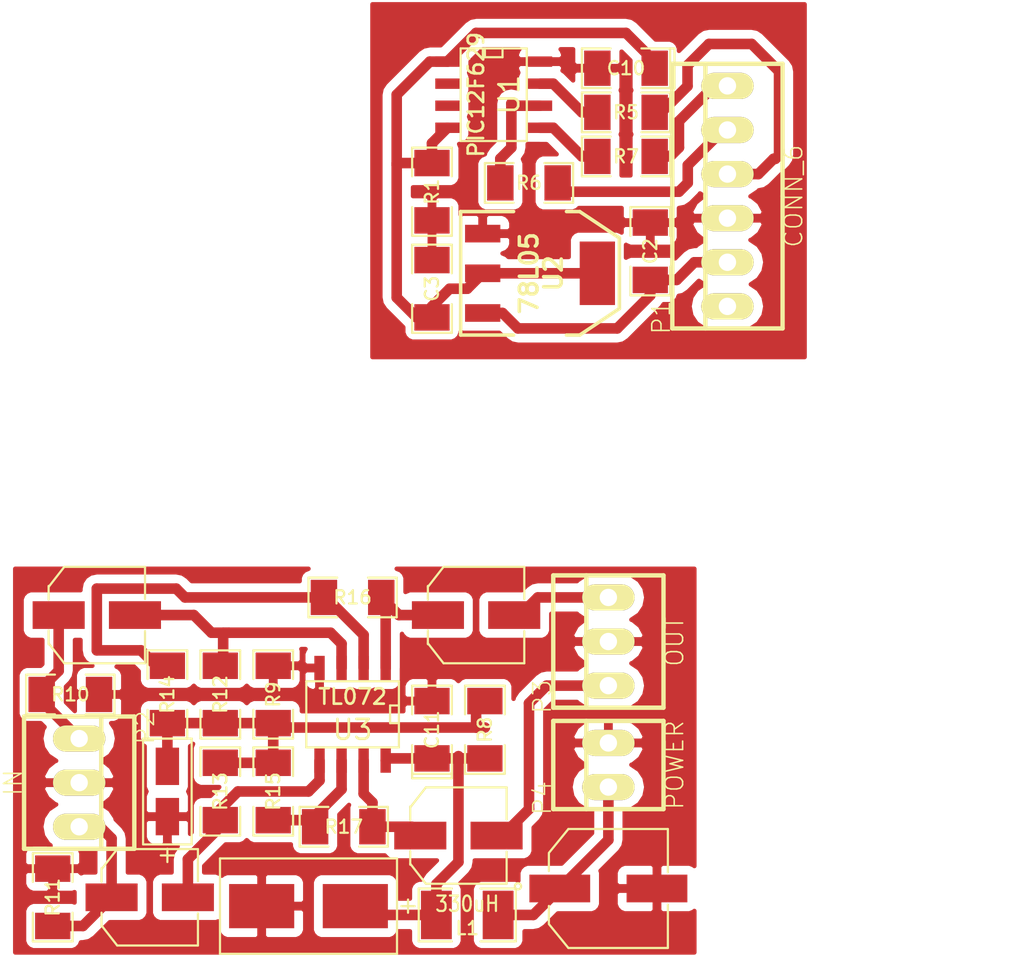
<source format=kicad_pcb>
(kicad_pcb (version 4) (host pcbnew "(2014-jul-16 BZR unknown)-product")

  (general
    (links 60)
    (no_connects 0)
    (area 128.213455 86.106 177.517879 141.241781)
    (thickness 1.6002)
    (drawings 2)
    (tracks 145)
    (zones 0)
    (modules 33)
    (nets 24)
  )

  (page A4)
  (title_block
    (date "7 feb 2014")
  )

  (layers
    (0 Front signal)
    (31 Back signal)
    (32 B.Adhes user)
    (33 F.Adhes user)
    (34 B.Paste user)
    (35 F.Paste user)
    (36 B.SilkS user)
    (37 F.SilkS user)
    (38 B.Mask user)
    (39 F.Mask user)
    (40 Dwgs.User user)
    (41 Cmts.User user)
    (42 Eco1.User user)
    (43 Eco2.User user)
    (44 Edge.Cuts user)
  )

  (setup
    (last_trace_width 0.6096)
    (trace_clearance 0.254)
    (zone_clearance 0.508)
    (zone_45_only no)
    (trace_min 0.2032)
    (segment_width 0.381)
    (edge_width 0.381)
    (via_size 0.889)
    (via_drill 0.635)
    (via_min_size 0.889)
    (via_min_drill 0.508)
    (uvia_size 0.508)
    (uvia_drill 0.127)
    (uvias_allowed no)
    (uvia_min_size 0.508)
    (uvia_min_drill 0.127)
    (pcb_text_width 0.3048)
    (pcb_text_size 1.524 2.032)
    (mod_edge_width 0.381)
    (mod_text_size 1.524 1.524)
    (mod_text_width 0.3048)
    (pad_size 1.99898 1.99898)
    (pad_drill 0.8128)
    (pad_to_mask_clearance 0.254)
    (aux_axis_origin 0 0)
    (grid_origin 125.984 85.852)
    (visible_elements FFFFFF7F)
    (pcbplotparams
      (layerselection 0x00030_80000001)
      (usegerberextensions true)
      (excludeedgelayer true)
      (linewidth 0.150000)
      (plotframeref false)
      (viasonmask false)
      (mode 1)
      (useauxorigin false)
      (hpglpennumber 1)
      (hpglpenspeed 20)
      (hpglpendiameter 15)
      (hpglpenoverlay 0)
      (psnegative false)
      (psa4output false)
      (plotreference true)
      (plotvalue true)
      (plotinvisibletext false)
      (padsonsilk false)
      (subtractmaskfromsilk false)
      (outputformat 1)
      (mirror false)
      (drillshape 1)
      (scaleselection 1)
      (outputdirectory /home/nail/tmp/))
  )

  (net 0 "")
  (net 1 +12V)
  (net 2 +5V)
  (net 3 AGND)
  (net 4 CLK)
  (net 5 DataIn)
  (net 6 DataOut)
  (net 7 GND)
  (net 8 N-000001)
  (net 9 N-000005)
  (net 10 N-000015)
  (net 11 N-000016)
  (net 12 N-000017)
  (net 13 N-000018)
  (net 14 N-000021)
  (net 15 N-000022)
  (net 16 N-000023)
  (net 17 N-000024)
  (net 18 N-000025)
  (net 19 POWER_CTL)
  (net 20 left_in)
  (net 21 left_out)
  (net 22 right_in)
  (net 23 right_out)

  (net_class Default "This is the default net class."
    (clearance 0.254)
    (trace_width 0.6096)
    (via_dia 0.889)
    (via_drill 0.635)
    (uvia_dia 0.508)
    (uvia_drill 0.127)
    (add_net +12V)
    (add_net +5V)
    (add_net AGND)
    (add_net CLK)
    (add_net DataIn)
    (add_net DataOut)
    (add_net GND)
    (add_net N-000001)
    (add_net N-000005)
    (add_net N-000015)
    (add_net N-000016)
    (add_net N-000017)
    (add_net N-000018)
    (add_net N-000021)
    (add_net N-000022)
    (add_net N-000023)
    (add_net N-000024)
    (add_net N-000025)
    (add_net POWER_CTL)
    (add_net left_in)
    (add_net left_out)
    (add_net right_in)
    (add_net right_out)
  )

  (net_class GND ""
    (clearance 0.254)
    (trace_width 1.39192)
    (via_dia 0.889)
    (via_drill 0.635)
    (uvia_dia 0.508)
    (uvia_drill 0.127)
  )

  (module SOT223 (layer Front) (tedit 52D50913) (tstamp 52D50742)
    (at 159.639 101.727 270)
    (descr "module CMS SOT223 4 pins")
    (tags "CMS SOT")
    (path /52D02F38)
    (attr smd)
    (fp_text reference U2 (at 0 -0.762 270) (layer F.SilkS)
      (effects (font (size 1.016 1.016) (thickness 0.2032)))
    )
    (fp_text value 78L05 (at 0 0.635 270) (layer F.SilkS)
      (effects (font (size 1.016 1.016) (thickness 0.2032)))
    )
    (fp_line (start -3.556 1.524) (end -3.556 4.572) (layer F.SilkS) (width 0.2032))
    (fp_line (start -3.556 4.572) (end 3.556 4.572) (layer F.SilkS) (width 0.2032))
    (fp_line (start 3.556 4.572) (end 3.556 1.524) (layer F.SilkS) (width 0.2032))
    (fp_line (start -3.556 -1.524) (end -3.556 -2.286) (layer F.SilkS) (width 0.2032))
    (fp_line (start -3.556 -2.286) (end -2.032 -4.572) (layer F.SilkS) (width 0.2032))
    (fp_line (start -2.032 -4.572) (end 2.032 -4.572) (layer F.SilkS) (width 0.2032))
    (fp_line (start 2.032 -4.572) (end 3.556 -2.286) (layer F.SilkS) (width 0.2032))
    (fp_line (start 3.556 -2.286) (end 3.556 -1.524) (layer F.SilkS) (width 0.2032))
    (pad 4 smd rect (at 0 -3.302 270) (size 3.6576 2.032) (layers Front F.Paste F.Mask)
      (net 2 +5V))
    (pad 2 smd rect (at 0 3.302 270) (size 1.016 2.032) (layers Front F.Paste F.Mask)
      (net 2 +5V))
    (pad 3 smd rect (at 2.286 3.302 270) (size 1.016 2.032) (layers Front F.Paste F.Mask)
      (net 19 POWER_CTL))
    (pad 1 smd rect (at -2.286 3.302 270) (size 1.016 2.032) (layers Front F.Paste F.Mask)
      (net 7 GND))
    (model smd/SOT223.wrl
      (at (xyz 0 0 0))
      (scale (xyz 0.4 0.4 0.4))
      (rotate (xyz 0 0 0))
    )
  )

  (module SM1206 (layer Front) (tedit 42806E24) (tstamp 52D3EDDF)
    (at 131.572 137.668 90)
    (path /52D3CF9F)
    (attr smd)
    (fp_text reference R11 (at 0 0 90) (layer F.SilkS)
      (effects (font (size 0.762 0.762) (thickness 0.127)))
    )
    (fp_text value 10k (at 0 0 90) (layer F.SilkS) hide
      (effects (font (size 0.762 0.762) (thickness 0.127)))
    )
    (fp_line (start -2.54 -1.143) (end -2.54 1.143) (layer F.SilkS) (width 0.127))
    (fp_line (start -2.54 1.143) (end -0.889 1.143) (layer F.SilkS) (width 0.127))
    (fp_line (start 0.889 -1.143) (end 2.54 -1.143) (layer F.SilkS) (width 0.127))
    (fp_line (start 2.54 -1.143) (end 2.54 1.143) (layer F.SilkS) (width 0.127))
    (fp_line (start 2.54 1.143) (end 0.889 1.143) (layer F.SilkS) (width 0.127))
    (fp_line (start -0.889 -1.143) (end -2.54 -1.143) (layer F.SilkS) (width 0.127))
    (pad 1 smd rect (at -1.651 0 90) (size 1.524 2.032) (layers Front F.Paste F.Mask)
      (net 20 left_in))
    (pad 2 smd rect (at 1.651 0 90) (size 1.524 2.032) (layers Front F.Paste F.Mask)
      (net 3 AGND))
    (model smd/chip_cms.wrl
      (at (xyz 0 0 0))
      (scale (xyz 0.17 0.16 0.16))
      (rotate (xyz 0 0 0))
    )
  )

  (module SM1206 (layer Front) (tedit 42806E24) (tstamp 52E79A75)
    (at 159.004 96.52)
    (path /52D02ABB)
    (attr smd)
    (fp_text reference R6 (at 0 0) (layer F.SilkS)
      (effects (font (size 0.762 0.762) (thickness 0.127)))
    )
    (fp_text value 3k3 (at 0 0) (layer F.SilkS) hide
      (effects (font (size 0.762 0.762) (thickness 0.127)))
    )
    (fp_line (start -2.54 -1.143) (end -2.54 1.143) (layer F.SilkS) (width 0.127))
    (fp_line (start -2.54 1.143) (end -0.889 1.143) (layer F.SilkS) (width 0.127))
    (fp_line (start 0.889 -1.143) (end 2.54 -1.143) (layer F.SilkS) (width 0.127))
    (fp_line (start 2.54 -1.143) (end 2.54 1.143) (layer F.SilkS) (width 0.127))
    (fp_line (start 2.54 1.143) (end 0.889 1.143) (layer F.SilkS) (width 0.127))
    (fp_line (start -0.889 -1.143) (end -2.54 -1.143) (layer F.SilkS) (width 0.127))
    (pad 1 smd rect (at -1.651 0) (size 1.524 2.032) (layers Front F.Paste F.Mask)
      (net 11 N-000016))
    (pad 2 smd rect (at 1.651 0) (size 1.524 2.032) (layers Front F.Paste F.Mask)
      (net 5 DataIn))
    (model smd/chip_cms.wrl
      (at (xyz 0 0 0))
      (scale (xyz 0.17 0.16 0.16))
      (rotate (xyz 0 0 0))
    )
  )

  (module SM1206 (layer Front) (tedit 42806E24) (tstamp 52E79A78)
    (at 164.592 92.456)
    (path /52D02AC2)
    (attr smd)
    (fp_text reference R5 (at 0 0) (layer F.SilkS)
      (effects (font (size 0.762 0.762) (thickness 0.127)))
    )
    (fp_text value 3k3 (at 0 0) (layer F.SilkS) hide
      (effects (font (size 0.762 0.762) (thickness 0.127)))
    )
    (fp_line (start -2.54 -1.143) (end -2.54 1.143) (layer F.SilkS) (width 0.127))
    (fp_line (start -2.54 1.143) (end -0.889 1.143) (layer F.SilkS) (width 0.127))
    (fp_line (start 0.889 -1.143) (end 2.54 -1.143) (layer F.SilkS) (width 0.127))
    (fp_line (start 2.54 -1.143) (end 2.54 1.143) (layer F.SilkS) (width 0.127))
    (fp_line (start 2.54 1.143) (end 0.889 1.143) (layer F.SilkS) (width 0.127))
    (fp_line (start -0.889 -1.143) (end -2.54 -1.143) (layer F.SilkS) (width 0.127))
    (pad 1 smd rect (at -1.651 0) (size 1.524 2.032) (layers Front F.Paste F.Mask)
      (net 12 N-000017))
    (pad 2 smd rect (at 1.651 0) (size 1.524 2.032) (layers Front F.Paste F.Mask)
      (net 4 CLK))
    (model smd/chip_cms.wrl
      (at (xyz 0 0 0))
      (scale (xyz 0.17 0.16 0.16))
      (rotate (xyz 0 0 0))
    )
  )

  (module SM1206 (layer Front) (tedit 42806E24) (tstamp 52E79A7B)
    (at 164.592 94.996)
    (path /52D02B05)
    (attr smd)
    (fp_text reference R7 (at 0 0) (layer F.SilkS)
      (effects (font (size 0.762 0.762) (thickness 0.127)))
    )
    (fp_text value 3k3 (at 0 0) (layer F.SilkS) hide
      (effects (font (size 0.762 0.762) (thickness 0.127)))
    )
    (fp_line (start -2.54 -1.143) (end -2.54 1.143) (layer F.SilkS) (width 0.127))
    (fp_line (start -2.54 1.143) (end -0.889 1.143) (layer F.SilkS) (width 0.127))
    (fp_line (start 0.889 -1.143) (end 2.54 -1.143) (layer F.SilkS) (width 0.127))
    (fp_line (start 2.54 -1.143) (end 2.54 1.143) (layer F.SilkS) (width 0.127))
    (fp_line (start 2.54 1.143) (end 0.889 1.143) (layer F.SilkS) (width 0.127))
    (fp_line (start -0.889 -1.143) (end -2.54 -1.143) (layer F.SilkS) (width 0.127))
    (pad 1 smd rect (at -1.651 0) (size 1.524 2.032) (layers Front F.Paste F.Mask)
      (net 10 N-000015))
    (pad 2 smd rect (at 1.651 0) (size 1.524 2.032) (layers Front F.Paste F.Mask)
      (net 6 DataOut))
    (model smd/chip_cms.wrl
      (at (xyz 0 0 0))
      (scale (xyz 0.17 0.16 0.16))
      (rotate (xyz 0 0 0))
    )
  )

  (module SM1206 (layer Front) (tedit 42806E24) (tstamp 52D3EDE7)
    (at 132.588 125.984 180)
    (path /52D3CF9C)
    (attr smd)
    (fp_text reference R10 (at 0 0 180) (layer F.SilkS)
      (effects (font (size 0.762 0.762) (thickness 0.127)))
    )
    (fp_text value 10k (at 0 0 180) (layer F.SilkS) hide
      (effects (font (size 0.762 0.762) (thickness 0.127)))
    )
    (fp_line (start -2.54 -1.143) (end -2.54 1.143) (layer F.SilkS) (width 0.127))
    (fp_line (start -2.54 1.143) (end -0.889 1.143) (layer F.SilkS) (width 0.127))
    (fp_line (start 0.889 -1.143) (end 2.54 -1.143) (layer F.SilkS) (width 0.127))
    (fp_line (start 2.54 -1.143) (end 2.54 1.143) (layer F.SilkS) (width 0.127))
    (fp_line (start 2.54 1.143) (end 0.889 1.143) (layer F.SilkS) (width 0.127))
    (fp_line (start -0.889 -1.143) (end -2.54 -1.143) (layer F.SilkS) (width 0.127))
    (pad 1 smd rect (at -1.651 0 180) (size 1.524 2.032) (layers Front F.Paste F.Mask)
      (net 3 AGND))
    (pad 2 smd rect (at 1.651 0 180) (size 1.524 2.032) (layers Front F.Paste F.Mask)
      (net 22 right_in))
    (model smd/chip_cms.wrl
      (at (xyz 0 0 0))
      (scale (xyz 0.17 0.16 0.16))
      (rotate (xyz 0 0 0))
    )
  )

  (module SM1206 (layer Front) (tedit 42806E24) (tstamp 52E56876)
    (at 165.989 100.457 90)
    (path /52D02F40)
    (attr smd)
    (fp_text reference C2 (at 0 0 90) (layer F.SilkS)
      (effects (font (size 0.762 0.762) (thickness 0.127)))
    )
    (fp_text value 100n (at 0 0 90) (layer F.SilkS) hide
      (effects (font (size 0.762 0.762) (thickness 0.127)))
    )
    (fp_line (start -2.54 -1.143) (end -2.54 1.143) (layer F.SilkS) (width 0.127))
    (fp_line (start -2.54 1.143) (end -0.889 1.143) (layer F.SilkS) (width 0.127))
    (fp_line (start 0.889 -1.143) (end 2.54 -1.143) (layer F.SilkS) (width 0.127))
    (fp_line (start 2.54 -1.143) (end 2.54 1.143) (layer F.SilkS) (width 0.127))
    (fp_line (start 2.54 1.143) (end 0.889 1.143) (layer F.SilkS) (width 0.127))
    (fp_line (start -0.889 -1.143) (end -2.54 -1.143) (layer F.SilkS) (width 0.127))
    (pad 1 smd rect (at -1.651 0 90) (size 1.524 2.032) (layers Front F.Paste F.Mask)
      (net 19 POWER_CTL))
    (pad 2 smd rect (at 1.651 0 90) (size 1.524 2.032) (layers Front F.Paste F.Mask)
      (net 7 GND))
    (model smd/chip_cms.wrl
      (at (xyz 0 0 0))
      (scale (xyz 0.17 0.16 0.16))
      (rotate (xyz 0 0 0))
    )
  )

  (module SM1206 (layer Front) (tedit 42806E24) (tstamp 52E14158)
    (at 153.416 102.616 90)
    (path /52D02F45)
    (attr smd)
    (fp_text reference C3 (at 0 0 90) (layer F.SilkS)
      (effects (font (size 0.762 0.762) (thickness 0.127)))
    )
    (fp_text value 100n (at 0 0 90) (layer F.SilkS) hide
      (effects (font (size 0.762 0.762) (thickness 0.127)))
    )
    (fp_line (start -2.54 -1.143) (end -2.54 1.143) (layer F.SilkS) (width 0.127))
    (fp_line (start -2.54 1.143) (end -0.889 1.143) (layer F.SilkS) (width 0.127))
    (fp_line (start 0.889 -1.143) (end 2.54 -1.143) (layer F.SilkS) (width 0.127))
    (fp_line (start 2.54 -1.143) (end 2.54 1.143) (layer F.SilkS) (width 0.127))
    (fp_line (start 2.54 1.143) (end 0.889 1.143) (layer F.SilkS) (width 0.127))
    (fp_line (start -0.889 -1.143) (end -2.54 -1.143) (layer F.SilkS) (width 0.127))
    (pad 1 smd rect (at -1.651 0 90) (size 1.524 2.032) (layers Front F.Paste F.Mask)
      (net 2 +5V))
    (pad 2 smd rect (at 1.651 0 90) (size 1.524 2.032) (layers Front F.Paste F.Mask)
      (net 7 GND))
    (model smd/chip_cms.wrl
      (at (xyz 0 0 0))
      (scale (xyz 0.17 0.16 0.16))
      (rotate (xyz 0 0 0))
    )
  )

  (module SM1206 (layer Front) (tedit 42806E24) (tstamp 52E141E8)
    (at 153.416 97.028 90)
    (path /52D03054)
    (attr smd)
    (fp_text reference R1 (at 0 0 90) (layer F.SilkS)
      (effects (font (size 0.762 0.762) (thickness 0.127)))
    )
    (fp_text value 10k (at 0 0 90) (layer F.SilkS) hide
      (effects (font (size 0.762 0.762) (thickness 0.127)))
    )
    (fp_line (start -2.54 -1.143) (end -2.54 1.143) (layer F.SilkS) (width 0.127))
    (fp_line (start -2.54 1.143) (end -0.889 1.143) (layer F.SilkS) (width 0.127))
    (fp_line (start 0.889 -1.143) (end 2.54 -1.143) (layer F.SilkS) (width 0.127))
    (fp_line (start 2.54 -1.143) (end 2.54 1.143) (layer F.SilkS) (width 0.127))
    (fp_line (start 2.54 1.143) (end 0.889 1.143) (layer F.SilkS) (width 0.127))
    (fp_line (start -0.889 -1.143) (end -2.54 -1.143) (layer F.SilkS) (width 0.127))
    (pad 1 smd rect (at -1.651 0 90) (size 1.524 2.032) (layers Front F.Paste F.Mask)
      (net 7 GND))
    (pad 2 smd rect (at 1.651 0 90) (size 1.524 2.032) (layers Front F.Paste F.Mask)
      (net 2 +5V))
    (model smd/chip_cms.wrl
      (at (xyz 0 0 0))
      (scale (xyz 0.17 0.16 0.16))
      (rotate (xyz 0 0 0))
    )
  )

  (module SM1206 (layer Front) (tedit 42806E24) (tstamp 52EA5AD7)
    (at 141.224 125.984 270)
    (path /52D3CF88)
    (attr smd)
    (fp_text reference R12 (at 0 0 270) (layer F.SilkS)
      (effects (font (size 0.762 0.762) (thickness 0.127)))
    )
    (fp_text value 100k (at 0 0 270) (layer F.SilkS) hide
      (effects (font (size 0.762 0.762) (thickness 0.127)))
    )
    (fp_line (start -2.54 -1.143) (end -2.54 1.143) (layer F.SilkS) (width 0.127))
    (fp_line (start -2.54 1.143) (end -0.889 1.143) (layer F.SilkS) (width 0.127))
    (fp_line (start 0.889 -1.143) (end 2.54 -1.143) (layer F.SilkS) (width 0.127))
    (fp_line (start 2.54 -1.143) (end 2.54 1.143) (layer F.SilkS) (width 0.127))
    (fp_line (start 2.54 1.143) (end 0.889 1.143) (layer F.SilkS) (width 0.127))
    (fp_line (start -0.889 -1.143) (end -2.54 -1.143) (layer F.SilkS) (width 0.127))
    (pad 1 smd rect (at -1.651 0 270) (size 1.524 2.032) (layers Front F.Paste F.Mask)
      (net 18 N-000025))
    (pad 2 smd rect (at 1.651 0 270) (size 1.524 2.032) (layers Front F.Paste F.Mask)
      (net 8 N-000001))
    (model smd/chip_cms.wrl
      (at (xyz 0 0 0))
      (scale (xyz 0.17 0.16 0.16))
      (rotate (xyz 0 0 0))
    )
  )

  (module SM1206 (layer Front) (tedit 42806E24) (tstamp 52EA5B93)
    (at 144.272 125.984 270)
    (path /52D3D170)
    (attr smd)
    (fp_text reference R9 (at 0 0 270) (layer F.SilkS)
      (effects (font (size 0.762 0.762) (thickness 0.127)))
    )
    (fp_text value 10k (at 0 0 270) (layer F.SilkS) hide
      (effects (font (size 0.762 0.762) (thickness 0.127)))
    )
    (fp_line (start -2.54 -1.143) (end -2.54 1.143) (layer F.SilkS) (width 0.127))
    (fp_line (start -2.54 1.143) (end -0.889 1.143) (layer F.SilkS) (width 0.127))
    (fp_line (start 0.889 -1.143) (end 2.54 -1.143) (layer F.SilkS) (width 0.127))
    (fp_line (start 2.54 -1.143) (end 2.54 1.143) (layer F.SilkS) (width 0.127))
    (fp_line (start 2.54 1.143) (end 0.889 1.143) (layer F.SilkS) (width 0.127))
    (fp_line (start -0.889 -1.143) (end -2.54 -1.143) (layer F.SilkS) (width 0.127))
    (pad 1 smd rect (at -1.651 0 270) (size 1.524 2.032) (layers Front F.Paste F.Mask)
      (net 3 AGND))
    (pad 2 smd rect (at 1.651 0 270) (size 1.524 2.032) (layers Front F.Paste F.Mask)
      (net 8 N-000001))
    (model smd/chip_cms.wrl
      (at (xyz 0 0 0))
      (scale (xyz 0.17 0.16 0.16))
      (rotate (xyz 0 0 0))
    )
  )

  (module SM1206 (layer Front) (tedit 42806E24) (tstamp 52EA5AE9)
    (at 156.464 128.016 270)
    (path /52D3D16C)
    (attr smd)
    (fp_text reference R8 (at 0 0 270) (layer F.SilkS)
      (effects (font (size 0.762 0.762) (thickness 0.127)))
    )
    (fp_text value 10k (at 0 0 270) (layer F.SilkS) hide
      (effects (font (size 0.762 0.762) (thickness 0.127)))
    )
    (fp_line (start -2.54 -1.143) (end -2.54 1.143) (layer F.SilkS) (width 0.127))
    (fp_line (start -2.54 1.143) (end -0.889 1.143) (layer F.SilkS) (width 0.127))
    (fp_line (start 0.889 -1.143) (end 2.54 -1.143) (layer F.SilkS) (width 0.127))
    (fp_line (start 2.54 -1.143) (end 2.54 1.143) (layer F.SilkS) (width 0.127))
    (fp_line (start 2.54 1.143) (end 0.889 1.143) (layer F.SilkS) (width 0.127))
    (fp_line (start -0.889 -1.143) (end -2.54 -1.143) (layer F.SilkS) (width 0.127))
    (pad 1 smd rect (at -1.651 0 270) (size 1.524 2.032) (layers Front F.Paste F.Mask)
      (net 8 N-000001))
    (pad 2 smd rect (at 1.651 0 270) (size 1.524 2.032) (layers Front F.Paste F.Mask)
      (net 9 N-000005))
    (model smd/chip_cms.wrl
      (at (xyz 0 0 0))
      (scale (xyz 0.17 0.16 0.16))
      (rotate (xyz 0 0 0))
    )
  )

  (module SM1206 (layer Front) (tedit 42806E24) (tstamp 52EA5B98)
    (at 141.224 131.572 270)
    (path /52D3CF91)
    (attr smd)
    (fp_text reference R13 (at 0 0 270) (layer F.SilkS)
      (effects (font (size 0.762 0.762) (thickness 0.127)))
    )
    (fp_text value 100k (at 0 0 270) (layer F.SilkS) hide
      (effects (font (size 0.762 0.762) (thickness 0.127)))
    )
    (fp_line (start -2.54 -1.143) (end -2.54 1.143) (layer F.SilkS) (width 0.127))
    (fp_line (start -2.54 1.143) (end -0.889 1.143) (layer F.SilkS) (width 0.127))
    (fp_line (start 0.889 -1.143) (end 2.54 -1.143) (layer F.SilkS) (width 0.127))
    (fp_line (start 2.54 -1.143) (end 2.54 1.143) (layer F.SilkS) (width 0.127))
    (fp_line (start 2.54 1.143) (end 0.889 1.143) (layer F.SilkS) (width 0.127))
    (fp_line (start -0.889 -1.143) (end -2.54 -1.143) (layer F.SilkS) (width 0.127))
    (pad 1 smd rect (at -1.651 0 270) (size 1.524 2.032) (layers Front F.Paste F.Mask)
      (net 8 N-000001))
    (pad 2 smd rect (at 1.651 0 270) (size 1.524 2.032) (layers Front F.Paste F.Mask)
      (net 14 N-000021))
    (model smd/chip_cms.wrl
      (at (xyz 0 0 0))
      (scale (xyz 0.17 0.16 0.16))
      (rotate (xyz 0 0 0))
    )
  )

  (module SM1206 (layer Front) (tedit 42806E24) (tstamp 52EA362F)
    (at 148.844 120.396)
    (path /52D3CE2F)
    (attr smd)
    (fp_text reference R16 (at 0 0) (layer F.SilkS)
      (effects (font (size 0.762 0.762) (thickness 0.127)))
    )
    (fp_text value 7M5 (at 0 0) (layer F.SilkS) hide
      (effects (font (size 0.762 0.762) (thickness 0.127)))
    )
    (fp_line (start -2.54 -1.143) (end -2.54 1.143) (layer F.SilkS) (width 0.127))
    (fp_line (start -2.54 1.143) (end -0.889 1.143) (layer F.SilkS) (width 0.127))
    (fp_line (start 0.889 -1.143) (end 2.54 -1.143) (layer F.SilkS) (width 0.127))
    (fp_line (start 2.54 -1.143) (end 2.54 1.143) (layer F.SilkS) (width 0.127))
    (fp_line (start 2.54 1.143) (end 0.889 1.143) (layer F.SilkS) (width 0.127))
    (fp_line (start -0.889 -1.143) (end -2.54 -1.143) (layer F.SilkS) (width 0.127))
    (pad 1 smd rect (at -1.651 0) (size 1.524 2.032) (layers Front F.Paste F.Mask)
      (net 17 N-000024))
    (pad 2 smd rect (at 1.651 0) (size 1.524 2.032) (layers Front F.Paste F.Mask)
      (net 16 N-000023))
    (model smd/chip_cms.wrl
      (at (xyz 0 0 0))
      (scale (xyz 0.17 0.16 0.16))
      (rotate (xyz 0 0 0))
    )
  )

  (module SM1206 (layer Front) (tedit 42806E24) (tstamp 52D3EDFF)
    (at 148.336 133.604)
    (path /52D3CE44)
    (attr smd)
    (fp_text reference R17 (at 0 0) (layer F.SilkS)
      (effects (font (size 0.762 0.762) (thickness 0.127)))
    )
    (fp_text value 7M5 (at 0 0) (layer F.SilkS) hide
      (effects (font (size 0.762 0.762) (thickness 0.127)))
    )
    (fp_line (start -2.54 -1.143) (end -2.54 1.143) (layer F.SilkS) (width 0.127))
    (fp_line (start -2.54 1.143) (end -0.889 1.143) (layer F.SilkS) (width 0.127))
    (fp_line (start 0.889 -1.143) (end 2.54 -1.143) (layer F.SilkS) (width 0.127))
    (fp_line (start 2.54 -1.143) (end 2.54 1.143) (layer F.SilkS) (width 0.127))
    (fp_line (start 2.54 1.143) (end 0.889 1.143) (layer F.SilkS) (width 0.127))
    (fp_line (start -0.889 -1.143) (end -2.54 -1.143) (layer F.SilkS) (width 0.127))
    (pad 1 smd rect (at -1.651 0) (size 1.524 2.032) (layers Front F.Paste F.Mask)
      (net 13 N-000018))
    (pad 2 smd rect (at 1.651 0) (size 1.524 2.032) (layers Front F.Paste F.Mask)
      (net 15 N-000022))
    (model smd/chip_cms.wrl
      (at (xyz 0 0 0))
      (scale (xyz 0.17 0.16 0.16))
      (rotate (xyz 0 0 0))
    )
  )

  (module SM1206 (layer Front) (tedit 42806E24) (tstamp 52EA5ADA)
    (at 138.176 125.984 270)
    (path /52D3CE47)
    (attr smd)
    (fp_text reference R14 (at 0 0 270) (layer F.SilkS)
      (effects (font (size 0.762 0.762) (thickness 0.127)))
    )
    (fp_text value 330k (at 0 0 270) (layer F.SilkS) hide
      (effects (font (size 0.762 0.762) (thickness 0.127)))
    )
    (fp_line (start -2.54 -1.143) (end -2.54 1.143) (layer F.SilkS) (width 0.127))
    (fp_line (start -2.54 1.143) (end -0.889 1.143) (layer F.SilkS) (width 0.127))
    (fp_line (start 0.889 -1.143) (end 2.54 -1.143) (layer F.SilkS) (width 0.127))
    (fp_line (start 2.54 -1.143) (end 2.54 1.143) (layer F.SilkS) (width 0.127))
    (fp_line (start 2.54 1.143) (end 0.889 1.143) (layer F.SilkS) (width 0.127))
    (fp_line (start -0.889 -1.143) (end -2.54 -1.143) (layer F.SilkS) (width 0.127))
    (pad 1 smd rect (at -1.651 0 270) (size 1.524 2.032) (layers Front F.Paste F.Mask)
      (net 17 N-000024))
    (pad 2 smd rect (at 1.651 0 270) (size 1.524 2.032) (layers Front F.Paste F.Mask)
      (net 8 N-000001))
    (model smd/chip_cms.wrl
      (at (xyz 0 0 0))
      (scale (xyz 0.17 0.16 0.16))
      (rotate (xyz 0 0 0))
    )
  )

  (module SM1206 (layer Front) (tedit 42806E24) (tstamp 52EA5B90)
    (at 144.272 131.572 90)
    (path /52D3CE54)
    (attr smd)
    (fp_text reference R15 (at 0 0 90) (layer F.SilkS)
      (effects (font (size 0.762 0.762) (thickness 0.127)))
    )
    (fp_text value 330k (at 0 0 90) (layer F.SilkS) hide
      (effects (font (size 0.762 0.762) (thickness 0.127)))
    )
    (fp_line (start -2.54 -1.143) (end -2.54 1.143) (layer F.SilkS) (width 0.127))
    (fp_line (start -2.54 1.143) (end -0.889 1.143) (layer F.SilkS) (width 0.127))
    (fp_line (start 0.889 -1.143) (end 2.54 -1.143) (layer F.SilkS) (width 0.127))
    (fp_line (start 2.54 -1.143) (end 2.54 1.143) (layer F.SilkS) (width 0.127))
    (fp_line (start 2.54 1.143) (end 0.889 1.143) (layer F.SilkS) (width 0.127))
    (fp_line (start -0.889 -1.143) (end -2.54 -1.143) (layer F.SilkS) (width 0.127))
    (pad 1 smd rect (at -1.651 0 90) (size 1.524 2.032) (layers Front F.Paste F.Mask)
      (net 13 N-000018))
    (pad 2 smd rect (at 1.651 0 90) (size 1.524 2.032) (layers Front F.Paste F.Mask)
      (net 8 N-000001))
    (model smd/chip_cms.wrl
      (at (xyz 0 0 0))
      (scale (xyz 0.17 0.16 0.16))
      (rotate (xyz 0 0 0))
    )
  )

  (module SO8E (layer Front) (tedit 4F33A5C7) (tstamp 52E79A6C)
    (at 156.972 91.44 270)
    (descr "module CMS SOJ 8 pins etroit")
    (tags "CMS SOJ")
    (path /52D02953)
    (attr smd)
    (fp_text reference U1 (at 0 -0.889 270) (layer F.SilkS)
      (effects (font (size 1.143 1.143) (thickness 0.1524)))
    )
    (fp_text value PIC12F629 (at 0 1.016 270) (layer F.SilkS)
      (effects (font (size 0.889 0.889) (thickness 0.1524)))
    )
    (fp_line (start -2.667 1.778) (end -2.667 1.905) (layer F.SilkS) (width 0.127))
    (fp_line (start -2.667 1.905) (end 2.667 1.905) (layer F.SilkS) (width 0.127))
    (fp_line (start 2.667 -1.905) (end -2.667 -1.905) (layer F.SilkS) (width 0.127))
    (fp_line (start -2.667 -1.905) (end -2.667 1.778) (layer F.SilkS) (width 0.127))
    (fp_line (start -2.667 -0.508) (end -2.159 -0.508) (layer F.SilkS) (width 0.127))
    (fp_line (start -2.159 -0.508) (end -2.159 0.508) (layer F.SilkS) (width 0.127))
    (fp_line (start -2.159 0.508) (end -2.667 0.508) (layer F.SilkS) (width 0.127))
    (fp_line (start 2.667 -1.905) (end 2.667 1.905) (layer F.SilkS) (width 0.127))
    (pad 8 smd rect (at -1.905 -2.667 270) (size 0.59944 1.39954) (layers Front F.Paste F.Mask)
      (net 7 GND))
    (pad 1 smd rect (at -1.905 2.667 270) (size 0.59944 1.39954) (layers Front F.Paste F.Mask)
      (net 2 +5V))
    (pad 7 smd rect (at -0.635 -2.667 270) (size 0.59944 1.39954) (layers Front F.Paste F.Mask)
      (net 12 N-000017))
    (pad 6 smd rect (at 0.635 -2.667 270) (size 0.59944 1.39954) (layers Front F.Paste F.Mask)
      (net 11 N-000016))
    (pad 5 smd rect (at 1.905 -2.667 270) (size 0.59944 1.39954) (layers Front F.Paste F.Mask)
      (net 10 N-000015))
    (pad 2 smd rect (at -0.635 2.667 270) (size 0.59944 1.39954) (layers Front F.Paste F.Mask))
    (pad 3 smd rect (at 0.635 2.667 270) (size 0.59944 1.39954) (layers Front F.Paste F.Mask))
    (pad 4 smd rect (at 1.905 2.667 270) (size 0.59944 1.39954) (layers Front F.Paste F.Mask)
      (net 2 +5V))
    (model smd/cms_so8.wrl
      (at (xyz 0 0 0))
      (scale (xyz 0.5 0.32 0.5))
      (rotate (xyz 0 0 0))
    )
  )

  (module SO8E (layer Front) (tedit 4F33A5C7) (tstamp 52D3EDCE)
    (at 148.844 127.127 180)
    (descr "module CMS SOJ 8 pins etroit")
    (tags "CMS SOJ")
    (path /52D3B907)
    (attr smd)
    (fp_text reference U3 (at 0 -0.889 180) (layer F.SilkS)
      (effects (font (size 1.143 1.143) (thickness 0.1524)))
    )
    (fp_text value TL072 (at 0 1.016 180) (layer F.SilkS)
      (effects (font (size 0.889 0.889) (thickness 0.1524)))
    )
    (fp_line (start -2.667 1.778) (end -2.667 1.905) (layer F.SilkS) (width 0.127))
    (fp_line (start -2.667 1.905) (end 2.667 1.905) (layer F.SilkS) (width 0.127))
    (fp_line (start 2.667 -1.905) (end -2.667 -1.905) (layer F.SilkS) (width 0.127))
    (fp_line (start -2.667 -1.905) (end -2.667 1.778) (layer F.SilkS) (width 0.127))
    (fp_line (start -2.667 -0.508) (end -2.159 -0.508) (layer F.SilkS) (width 0.127))
    (fp_line (start -2.159 -0.508) (end -2.159 0.508) (layer F.SilkS) (width 0.127))
    (fp_line (start -2.159 0.508) (end -2.667 0.508) (layer F.SilkS) (width 0.127))
    (fp_line (start 2.667 -1.905) (end 2.667 1.905) (layer F.SilkS) (width 0.127))
    (pad 8 smd rect (at -1.905 -2.667 180) (size 0.59944 1.39954) (layers Front F.Paste F.Mask)
      (net 9 N-000005))
    (pad 1 smd rect (at -1.905 2.667 180) (size 0.59944 1.39954) (layers Front F.Paste F.Mask)
      (net 16 N-000023))
    (pad 7 smd rect (at -0.635 -2.667 180) (size 0.59944 1.39954) (layers Front F.Paste F.Mask)
      (net 15 N-000022))
    (pad 6 smd rect (at 0.635 -2.667 180) (size 0.59944 1.39954) (layers Front F.Paste F.Mask)
      (net 13 N-000018))
    (pad 5 smd rect (at 1.905 -2.667 180) (size 0.59944 1.39954) (layers Front F.Paste F.Mask)
      (net 14 N-000021))
    (pad 2 smd rect (at -0.635 2.667 180) (size 0.59944 1.39954) (layers Front F.Paste F.Mask)
      (net 17 N-000024))
    (pad 3 smd rect (at 0.635 2.667 180) (size 0.59944 1.39954) (layers Front F.Paste F.Mask)
      (net 18 N-000025))
    (pad 4 smd rect (at 1.905 2.667 180) (size 0.59944 1.39954) (layers Front F.Paste F.Mask)
      (net 3 AGND))
    (model smd/cms_so8.wrl
      (at (xyz 0 0 0))
      (scale (xyz 0.5 0.32 0.5))
      (rotate (xyz 0 0 0))
    )
  )

  (module SM1210L (layer Front) (tedit 52E935CD) (tstamp 52E77824)
    (at 155.448 138.684 180)
    (tags "CMS SM")
    (path /52E771D7)
    (attr smd)
    (fp_text reference L1 (at 0 -0.762 180) (layer F.SilkS)
      (effects (font (size 0.762 0.762) (thickness 0.127)))
    )
    (fp_text value 330uH (at 0 0.635 180) (layer F.SilkS)
      (effects (font (size 0.889 0.762) (thickness 0.127)))
    )
    (fp_circle (center -2.921 1.651) (end -2.794 1.524) (layer F.SilkS) (width 0.127))
    (fp_line (start 0.889 1.524) (end 2.794 1.524) (layer F.SilkS) (width 0.127))
    (fp_line (start 2.794 1.524) (end 2.794 -1.524) (layer F.SilkS) (width 0.127))
    (fp_line (start 2.794 -1.524) (end 0.889 -1.524) (layer F.SilkS) (width 0.127))
    (fp_line (start -0.762 -1.524) (end -2.794 -1.524) (layer F.SilkS) (width 0.127))
    (fp_line (start -2.794 -1.524) (end -2.794 1.524) (layer F.SilkS) (width 0.127))
    (fp_line (start -2.794 1.524) (end -0.762 1.524) (layer F.SilkS) (width 0.127))
    (pad 1 smd rect (at -1.778 0 180) (size 1.778 2.794) (layers Front F.Paste F.Mask)
      (net 1 +12V))
    (pad 2 smd rect (at 1.778 0 180) (size 1.778 2.794) (layers Front F.Paste F.Mask)
      (net 9 N-000005))
    (model smd/chip_cms.wrl
      (at (xyz 0 0 0))
      (scale (xyz 0.2 0.2 0.2))
      (rotate (xyz 0 0 0))
    )
  )

  (module SM1206POL (layer Front) (tedit 42806E4C) (tstamp 52E902FF)
    (at 164.592 89.916 180)
    (path /52E79ABE)
    (attr smd)
    (fp_text reference C10 (at 0 0 180) (layer F.SilkS)
      (effects (font (size 0.762 0.762) (thickness 0.127)))
    )
    (fp_text value 100n (at 0 0 180) (layer F.SilkS) hide
      (effects (font (size 0.762 0.762) (thickness 0.127)))
    )
    (fp_line (start -2.54 -1.143) (end -2.794 -1.143) (layer F.SilkS) (width 0.127))
    (fp_line (start -2.794 -1.143) (end -2.794 1.143) (layer F.SilkS) (width 0.127))
    (fp_line (start -2.794 1.143) (end -2.54 1.143) (layer F.SilkS) (width 0.127))
    (fp_line (start -2.54 -1.143) (end -2.54 1.143) (layer F.SilkS) (width 0.127))
    (fp_line (start -2.54 1.143) (end -0.889 1.143) (layer F.SilkS) (width 0.127))
    (fp_line (start 0.889 -1.143) (end 2.54 -1.143) (layer F.SilkS) (width 0.127))
    (fp_line (start 2.54 -1.143) (end 2.54 1.143) (layer F.SilkS) (width 0.127))
    (fp_line (start 2.54 1.143) (end 0.889 1.143) (layer F.SilkS) (width 0.127))
    (fp_line (start -0.889 -1.143) (end -2.54 -1.143) (layer F.SilkS) (width 0.127))
    (pad 1 smd rect (at -1.651 0 180) (size 1.524 2.032) (layers Front F.Paste F.Mask)
      (net 2 +5V))
    (pad 2 smd rect (at 1.651 0 180) (size 1.524 2.032) (layers Front F.Paste F.Mask)
      (net 7 GND))
    (model smd/chip_cms_pol.wrl
      (at (xyz 0 0 0))
      (scale (xyz 0.17 0.16 0.16))
      (rotate (xyz 0 0 0))
    )
  )

  (module SM1206POL (layer Front) (tedit 42806E4C) (tstamp 52EA3623)
    (at 153.416 128.016 90)
    (path /52E79ACE)
    (attr smd)
    (fp_text reference C11 (at 0 0 90) (layer F.SilkS)
      (effects (font (size 0.762 0.762) (thickness 0.127)))
    )
    (fp_text value 100n (at 0 0 90) (layer F.SilkS) hide
      (effects (font (size 0.762 0.762) (thickness 0.127)))
    )
    (fp_line (start -2.54 -1.143) (end -2.794 -1.143) (layer F.SilkS) (width 0.127))
    (fp_line (start -2.794 -1.143) (end -2.794 1.143) (layer F.SilkS) (width 0.127))
    (fp_line (start -2.794 1.143) (end -2.54 1.143) (layer F.SilkS) (width 0.127))
    (fp_line (start -2.54 -1.143) (end -2.54 1.143) (layer F.SilkS) (width 0.127))
    (fp_line (start -2.54 1.143) (end -0.889 1.143) (layer F.SilkS) (width 0.127))
    (fp_line (start 0.889 -1.143) (end 2.54 -1.143) (layer F.SilkS) (width 0.127))
    (fp_line (start 2.54 -1.143) (end 2.54 1.143) (layer F.SilkS) (width 0.127))
    (fp_line (start 2.54 1.143) (end 0.889 1.143) (layer F.SilkS) (width 0.127))
    (fp_line (start -0.889 -1.143) (end -2.54 -1.143) (layer F.SilkS) (width 0.127))
    (pad 1 smd rect (at -1.651 0 90) (size 1.524 2.032) (layers Front F.Paste F.Mask)
      (net 9 N-000005))
    (pad 2 smd rect (at 1.651 0 90) (size 1.524 2.032) (layers Front F.Paste F.Mask)
      (net 3 AGND))
    (model smd/chip_cms_pol.wrl
      (at (xyz 0 0 0))
      (scale (xyz 0.17 0.16 0.16))
      (rotate (xyz 0 0 0))
    )
  )

  (module c-smd-6.3mmx8mm (layer Front) (tedit 52D697A1) (tstamp 52D80058)
    (at 163.576 137.16)
    (path /52E771C6)
    (attr smd)
    (fp_text reference C1 (at 0 -0.381) (layer Cmts.User)
      (effects (font (size 0.508 0.508) (thickness 0.1016)))
    )
    (fp_text value 100m (at 0 0.381) (layer Cmts.User) hide
      (effects (font (size 0.508 0.508) (thickness 0.1016)))
    )
    (fp_line (start -3.42646 -1.00584) (end -3.42646 -1.99644) (layer F.SilkS) (width 0.127))
    (fp_line (start -3.42646 1.99644) (end -3.42646 1.00584) (layer F.SilkS) (width 0.127))
    (fp_line (start -2.30378 -3.42646) (end -3.42646 -2.04978) (layer F.SilkS) (width 0.127))
    (fp_line (start -2.30378 3.42646) (end -3.42646 2.04978) (layer F.SilkS) (width 0.127))
    (fp_line (start -2.30378 -3.42646) (end 3.42646 -3.42646) (layer F.SilkS) (width 0.127))
    (fp_line (start 3.42646 -3.42646) (end 3.42646 -0.92456) (layer F.SilkS) (width 0.127))
    (fp_line (start -2.30378 3.42646) (end 3.42646 3.42646) (layer F.SilkS) (width 0.127))
    (fp_line (start 3.42646 3.42646) (end 3.42646 0.92456) (layer F.SilkS) (width 0.127))
    (pad 1 smd rect (at -2.79908 0) (size 3.50012 1.59512) (layers Front F.Paste F.Mask)
      (net 1 +12V))
    (pad 2 smd rect (at 2.79908 0) (size 3.50012 1.59512) (layers Front F.Paste F.Mask)
      (net 3 AGND))
  )

  (module c-smd-5mmx6.1mm (layer Front) (tedit 52D697A1) (tstamp 52EA362C)
    (at 134.112 121.412)
    (path /52D3C8BA)
    (attr smd)
    (fp_text reference C6 (at 0 -0.381) (layer Cmts.User)
      (effects (font (size 0.508 0.508) (thickness 0.1016)))
    )
    (fp_text value 10m (at 0 0.381) (layer Cmts.User) hide
      (effects (font (size 0.508 0.508) (thickness 0.1016)))
    )
    (fp_line (start -2.77622 -0.88392) (end -2.77622 -1.67894) (layer F.SilkS) (width 0.127))
    (fp_line (start -2.77622 1.67894) (end -2.77622 0.88392) (layer F.SilkS) (width 0.127))
    (fp_line (start -1.87452 -2.77622) (end -2.77622 -1.62052) (layer F.SilkS) (width 0.127))
    (fp_line (start -1.87452 2.77622) (end -2.77622 1.62052) (layer F.SilkS) (width 0.127))
    (fp_line (start -1.87452 -2.77622) (end 2.77622 -2.77622) (layer F.SilkS) (width 0.127))
    (fp_line (start 2.77622 -2.77622) (end 2.77622 -0.92456) (layer F.SilkS) (width 0.127))
    (fp_line (start -1.87452 2.77622) (end 2.77622 2.77622) (layer F.SilkS) (width 0.127))
    (fp_line (start 2.77622 2.77622) (end 2.77622 0.92456) (layer F.SilkS) (width 0.127))
    (pad 1 smd rect (at -2.1971 0) (size 2.99974 1.59512) (layers Front F.Paste F.Mask)
      (net 22 right_in))
    (pad 2 smd rect (at 2.1971 0) (size 2.99974 1.59512) (layers Front F.Paste F.Mask)
      (net 18 N-000025))
  )

  (module c-smd-5mmx6.1mm (layer Front) (tedit 52D697A1) (tstamp 52EA3629)
    (at 137.16 137.668)
    (path /52D3C91A)
    (attr smd)
    (fp_text reference C7 (at 0 -0.381) (layer Cmts.User)
      (effects (font (size 0.508 0.508) (thickness 0.1016)))
    )
    (fp_text value 10m (at 0 0.381) (layer Cmts.User) hide
      (effects (font (size 0.508 0.508) (thickness 0.1016)))
    )
    (fp_line (start -2.77622 -0.88392) (end -2.77622 -1.67894) (layer F.SilkS) (width 0.127))
    (fp_line (start -2.77622 1.67894) (end -2.77622 0.88392) (layer F.SilkS) (width 0.127))
    (fp_line (start -1.87452 -2.77622) (end -2.77622 -1.62052) (layer F.SilkS) (width 0.127))
    (fp_line (start -1.87452 2.77622) (end -2.77622 1.62052) (layer F.SilkS) (width 0.127))
    (fp_line (start -1.87452 -2.77622) (end 2.77622 -2.77622) (layer F.SilkS) (width 0.127))
    (fp_line (start 2.77622 -2.77622) (end 2.77622 -0.92456) (layer F.SilkS) (width 0.127))
    (fp_line (start -1.87452 2.77622) (end 2.77622 2.77622) (layer F.SilkS) (width 0.127))
    (fp_line (start 2.77622 2.77622) (end 2.77622 0.92456) (layer F.SilkS) (width 0.127))
    (pad 1 smd rect (at -2.1971 0) (size 2.99974 1.59512) (layers Front F.Paste F.Mask)
      (net 20 left_in))
    (pad 2 smd rect (at 2.1971 0) (size 2.99974 1.59512) (layers Front F.Paste F.Mask)
      (net 14 N-000021))
  )

  (module c-smd-5mmx6.1mm (layer Front) (tedit 52D697A1) (tstamp 52D3EDDC)
    (at 155.956 121.412)
    (path /52D3D12D)
    (attr smd)
    (fp_text reference C8 (at 0 -0.381) (layer Cmts.User)
      (effects (font (size 0.508 0.508) (thickness 0.1016)))
    )
    (fp_text value 47m (at 0 0.381) (layer Cmts.User) hide
      (effects (font (size 0.508 0.508) (thickness 0.1016)))
    )
    (fp_line (start -2.77622 -0.88392) (end -2.77622 -1.67894) (layer F.SilkS) (width 0.127))
    (fp_line (start -2.77622 1.67894) (end -2.77622 0.88392) (layer F.SilkS) (width 0.127))
    (fp_line (start -1.87452 -2.77622) (end -2.77622 -1.62052) (layer F.SilkS) (width 0.127))
    (fp_line (start -1.87452 2.77622) (end -2.77622 1.62052) (layer F.SilkS) (width 0.127))
    (fp_line (start -1.87452 -2.77622) (end 2.77622 -2.77622) (layer F.SilkS) (width 0.127))
    (fp_line (start 2.77622 -2.77622) (end 2.77622 -0.92456) (layer F.SilkS) (width 0.127))
    (fp_line (start -1.87452 2.77622) (end 2.77622 2.77622) (layer F.SilkS) (width 0.127))
    (fp_line (start 2.77622 2.77622) (end 2.77622 0.92456) (layer F.SilkS) (width 0.127))
    (pad 1 smd rect (at -2.1971 0) (size 2.99974 1.59512) (layers Front F.Paste F.Mask)
      (net 16 N-000023))
    (pad 2 smd rect (at 2.1971 0) (size 2.99974 1.59512) (layers Front F.Paste F.Mask)
      (net 23 right_out))
  )

  (module c-smd-5mmx6.1mm (layer Front) (tedit 52D697A1) (tstamp 52D3EDD6)
    (at 154.94 134.112)
    (path /52D3D123)
    (attr smd)
    (fp_text reference C9 (at 0 -0.381) (layer Cmts.User)
      (effects (font (size 0.508 0.508) (thickness 0.1016)))
    )
    (fp_text value 47m (at 0 0.381) (layer Cmts.User) hide
      (effects (font (size 0.508 0.508) (thickness 0.1016)))
    )
    (fp_line (start -2.77622 -0.88392) (end -2.77622 -1.67894) (layer F.SilkS) (width 0.127))
    (fp_line (start -2.77622 1.67894) (end -2.77622 0.88392) (layer F.SilkS) (width 0.127))
    (fp_line (start -1.87452 -2.77622) (end -2.77622 -1.62052) (layer F.SilkS) (width 0.127))
    (fp_line (start -1.87452 2.77622) (end -2.77622 1.62052) (layer F.SilkS) (width 0.127))
    (fp_line (start -1.87452 -2.77622) (end 2.77622 -2.77622) (layer F.SilkS) (width 0.127))
    (fp_line (start 2.77622 -2.77622) (end 2.77622 -0.92456) (layer F.SilkS) (width 0.127))
    (fp_line (start -1.87452 2.77622) (end 2.77622 2.77622) (layer F.SilkS) (width 0.127))
    (fp_line (start 2.77622 2.77622) (end 2.77622 0.92456) (layer F.SilkS) (width 0.127))
    (pad 1 smd rect (at -2.1971 0) (size 2.99974 1.59512) (layers Front F.Paste F.Mask)
      (net 15 N-000022))
    (pad 2 smd rect (at 2.1971 0) (size 2.99974 1.59512) (layers Front F.Paste F.Mask)
      (net 21 left_out))
  )

  (module PINHEAD1-3 (layer Front) (tedit 4C5EDE92) (tstamp 52E90A62)
    (at 163.576 122.936 90)
    (path /52E903D0)
    (attr virtual)
    (fp_text reference P3 (at -3.175 -3.81 90) (layer F.SilkS)
      (effects (font (size 1.016 1.016) (thickness 0.0889)))
    )
    (fp_text value OUT (at 0 3.81 90) (layer F.SilkS)
      (effects (font (size 1.016 1.016) (thickness 0.0889)))
    )
    (fp_line (start -3.81 -3.175) (end -3.81 3.175) (layer F.SilkS) (width 0.254))
    (fp_line (start 3.81 -3.175) (end 3.81 3.175) (layer F.SilkS) (width 0.254))
    (fp_line (start 3.81 -1.27) (end -3.81 -1.27) (layer F.SilkS) (width 0.254))
    (fp_line (start -3.81 -3.175) (end 3.81 -3.175) (layer F.SilkS) (width 0.254))
    (fp_line (start 3.81 3.175) (end -3.81 3.175) (layer F.SilkS) (width 0.254))
    (pad 1 thru_hole oval (at -2.54 0 90) (size 1.50622 3.01498) (drill 0.99822) (layers *.Cu F.Paste F.SilkS F.Mask)
      (net 21 left_out))
    (pad 2 thru_hole oval (at 0 0 90) (size 1.50622 3.01498) (drill 0.99822) (layers *.Cu F.Paste F.SilkS F.Mask)
      (net 3 AGND))
    (pad 3 thru_hole oval (at 2.54 0 90) (size 1.50622 3.01498) (drill 0.99822) (layers *.Cu F.Paste F.SilkS F.Mask)
      (net 23 right_out))
  )

  (module PINHEAD1-6 (layer Front) (tedit 4C5EDF69) (tstamp 52E567C8)
    (at 170.434 97.282 90)
    (path /52D3D325)
    (attr virtual)
    (fp_text reference P1 (at -6.985 -3.81 90) (layer F.SilkS)
      (effects (font (size 1.016 1.016) (thickness 0.0889)))
    )
    (fp_text value CONN_6 (at 0 3.81 90) (layer F.SilkS)
      (effects (font (size 1.016 1.016) (thickness 0.0889)))
    )
    (fp_line (start 0 3.175) (end 7.62 3.175) (layer F.SilkS) (width 0.254))
    (fp_line (start 0 -1.27) (end 7.62 -1.27) (layer F.SilkS) (width 0.254))
    (fp_line (start 0 -3.175) (end 7.62 -3.175) (layer F.SilkS) (width 0.254))
    (fp_line (start -7.62 -3.175) (end -7.62 3.175) (layer F.SilkS) (width 0.254))
    (fp_line (start 7.62 -3.175) (end 7.62 3.175) (layer F.SilkS) (width 0.254))
    (fp_line (start 0 -1.27) (end -7.62 -1.27) (layer F.SilkS) (width 0.254))
    (fp_line (start -7.62 -3.175) (end 0 -3.175) (layer F.SilkS) (width 0.254))
    (fp_line (start 0 3.175) (end -7.62 3.175) (layer F.SilkS) (width 0.254))
    (pad 1 thru_hole oval (at -6.35 0 90) (size 1.50622 3.01498) (drill 0.99822) (layers *.Cu F.Paste F.SilkS F.Mask))
    (pad 2 thru_hole oval (at -3.81 0 90) (size 1.50622 3.01498) (drill 0.99822) (layers *.Cu F.Paste F.SilkS F.Mask)
      (net 19 POWER_CTL))
    (pad 3 thru_hole oval (at -1.27 0 90) (size 1.50622 3.01498) (drill 0.99822) (layers *.Cu F.Paste F.SilkS F.Mask)
      (net 7 GND))
    (pad 4 thru_hole oval (at 1.27 0 90) (size 1.50622 3.01498) (drill 0.99822) (layers *.Cu F.Paste F.SilkS F.Mask)
      (net 4 CLK))
    (pad 5 thru_hole oval (at 3.81 0 90) (size 1.50622 3.01498) (drill 0.99822) (layers *.Cu F.Paste F.SilkS F.Mask)
      (net 5 DataIn))
    (pad 6 thru_hole oval (at 6.35 0 90) (size 1.50622 3.01498) (drill 0.99822) (layers *.Cu F.Paste F.SilkS F.Mask)
      (net 6 DataOut))
  )

  (module PINHEAD1-3 (layer Front) (tedit 4C5EDE92) (tstamp 52E5679C)
    (at 133.096 131.064 270)
    (path /52D52591)
    (attr virtual)
    (fp_text reference P2 (at -3.175 -3.81 270) (layer F.SilkS)
      (effects (font (size 1.016 1.016) (thickness 0.0889)))
    )
    (fp_text value IN (at 0 3.81 270) (layer F.SilkS)
      (effects (font (size 1.016 1.016) (thickness 0.0889)))
    )
    (fp_line (start -3.81 -3.175) (end -3.81 3.175) (layer F.SilkS) (width 0.254))
    (fp_line (start 3.81 -3.175) (end 3.81 3.175) (layer F.SilkS) (width 0.254))
    (fp_line (start 3.81 -1.27) (end -3.81 -1.27) (layer F.SilkS) (width 0.254))
    (fp_line (start -3.81 -3.175) (end 3.81 -3.175) (layer F.SilkS) (width 0.254))
    (fp_line (start 3.81 3.175) (end -3.81 3.175) (layer F.SilkS) (width 0.254))
    (pad 1 thru_hole oval (at -2.54 0 270) (size 1.50622 3.01498) (drill 0.99822) (layers *.Cu F.Paste F.SilkS F.Mask)
      (net 22 right_in))
    (pad 2 thru_hole oval (at 0 0 270) (size 1.50622 3.01498) (drill 0.99822) (layers *.Cu F.Paste F.SilkS F.Mask)
      (net 3 AGND))
    (pad 3 thru_hole oval (at 2.54 0 270) (size 1.50622 3.01498) (drill 0.99822) (layers *.Cu F.Paste F.SilkS F.Mask)
      (net 20 left_in))
  )

  (module PINHEAD1-2 (layer Front) (tedit 4C5EDFB2) (tstamp 52E91E0A)
    (at 163.576 130.048 90)
    (path /52E918F7)
    (attr virtual)
    (fp_text reference P4 (at -1.905 -3.81 90) (layer F.SilkS)
      (effects (font (size 1.016 1.016) (thickness 0.0889)))
    )
    (fp_text value POWER (at 0 3.81 90) (layer F.SilkS)
      (effects (font (size 1.016 1.016) (thickness 0.0889)))
    )
    (fp_line (start 2.54 -1.27) (end -2.54 -1.27) (layer F.SilkS) (width 0.254))
    (fp_line (start 2.54 3.175) (end -2.54 3.175) (layer F.SilkS) (width 0.254))
    (fp_line (start -2.54 -3.175) (end 2.54 -3.175) (layer F.SilkS) (width 0.254))
    (fp_line (start -2.54 -3.175) (end -2.54 3.175) (layer F.SilkS) (width 0.254))
    (fp_line (start 2.54 -3.175) (end 2.54 3.175) (layer F.SilkS) (width 0.254))
    (pad 1 thru_hole oval (at -1.27 0 90) (size 1.50622 3.01498) (drill 0.99822) (layers *.Cu F.Paste F.SilkS F.Mask)
      (net 1 +12V))
    (pad 2 thru_hole oval (at 1.27 0 90) (size 1.50622 3.01498) (drill 0.99822) (layers *.Cu F.Paste F.SilkS F.Mask)
      (net 3 AGND))
  )

  (module TC-D-7343-31-A (layer Front) (tedit 52D697A1) (tstamp 52EA3626)
    (at 146.304 138.176 180)
    (path /52E56B09)
    (attr smd)
    (fp_text reference C4 (at 0 -0.381 180) (layer Cmts.User)
      (effects (font (size 0.508 0.508) (thickness 0.1016)))
    )
    (fp_text value 47m (at 0 0.381 180) (layer Cmts.User) hide
      (effects (font (size 0.508 0.508) (thickness 0.1016)))
    )
    (fp_line (start -5.09778 2.74828) (end -5.09778 -2.74828) (layer F.SilkS) (width 0.127))
    (fp_line (start -5.09778 -2.74828) (end 5.09778 -2.74828) (layer F.SilkS) (width 0.127))
    (fp_line (start 5.09778 -2.74828) (end 5.09778 2.74828) (layer F.SilkS) (width 0.127))
    (fp_line (start 5.09778 2.74828) (end -5.09778 2.74828) (layer F.SilkS) (width 0.127))
    (fp_line (start -5.73278 0.381) (end -5.73278 -0.381) (layer F.SilkS) (width 0.127))
    (fp_line (start -5.73278 0) (end -6.11378 0) (layer F.SilkS) (width 0.127))
    (fp_line (start -5.73278 0) (end -5.35178 0) (layer F.SilkS) (width 0.127))
    (pad 1 smd rect (at -2.69748 0 180) (size 3.75158 2.54508) (layers Front F.Paste F.Mask)
      (net 9 N-000005))
    (pad 2 smd rect (at 2.69748 0 180) (size 3.75158 2.54508) (layers Front F.Paste F.Mask)
      (net 3 AGND))
  )

  (module TC-A-3216-18-A (layer Front) (tedit 52D697A1) (tstamp 52D3EDDA)
    (at 138.176 131.572 90)
    (path /52D3D19D)
    (attr smd)
    (fp_text reference C5 (at 0 -0.381 90) (layer Cmts.User)
      (effects (font (size 0.508 0.508) (thickness 0.1016)))
    )
    (fp_text value 2m2 (at 0 0.381 90) (layer Cmts.User) hide
      (effects (font (size 0.508 0.508) (thickness 0.1016)))
    )
    (fp_line (start -3.048 1.39954) (end -3.048 -1.39954) (layer F.SilkS) (width 0.127))
    (fp_line (start -3.048 -1.39954) (end 3.048 -1.39954) (layer F.SilkS) (width 0.127))
    (fp_line (start 3.048 -1.39954) (end 3.048 1.39954) (layer F.SilkS) (width 0.127))
    (fp_line (start 3.048 1.39954) (end -3.048 1.39954) (layer F.SilkS) (width 0.127))
    (fp_line (start -3.683 0.381) (end -3.683 -0.381) (layer F.SilkS) (width 0.127))
    (fp_line (start -3.683 0) (end -4.064 0) (layer F.SilkS) (width 0.127))
    (fp_line (start -3.683 0) (end -3.302 0) (layer F.SilkS) (width 0.127))
    (pad 1 smd rect (at -1.4478 0 90) (size 2.15138 1.3462) (layers Front F.Paste F.Mask)
      (net 3 AGND))
    (pad 2 smd rect (at 1.4478 0 90) (size 2.15138 1.3462) (layers Front F.Paste F.Mask)
      (net 8 N-000001))
  )

  (dimension 20.980538 (width 0.3048) (layer Dwgs.User)
    (gr_text "20.981 mm" (at 180.883815 96.624683 270.2080951) (layer Dwgs.User)
      (effects (font (size 2.032 1.524) (thickness 0.3048)))
    )
    (feature1 (pts (xy 174.7012 86.1568) (xy 182.471305 86.128579)))
    (feature2 (pts (xy 174.7774 107.1372) (xy 182.547505 107.108979)))
    (crossbar (pts (xy 179.296326 107.120787) (xy 179.220126 86.140387)))
    (arrow1a (pts (xy 179.220126 86.140387) (xy 179.810634 87.264753)))
    (arrow1b (pts (xy 179.220126 86.140387) (xy 178.637801 87.269013)))
    (arrow2a (pts (xy 179.296326 107.120787) (xy 179.878651 105.992161)))
    (arrow2b (pts (xy 179.296326 107.120787) (xy 178.705818 105.996421)))
  )
  (dimension 25.069916 (width 0.3048) (layer Dwgs.User)
    (gr_text "25.070 mm" (at 162.43358 111.366575 0.1741507692) (layer Dwgs.User)
      (effects (font (size 2.032 1.524) (thickness 0.3048)))
    )
    (feature1 (pts (xy 174.9552 106.9594) (xy 174.973421 112.954068)))
    (feature2 (pts (xy 149.8854 107.0356) (xy 149.903621 113.030268)))
    (crossbar (pts (xy 149.893739 109.779083) (xy 174.963539 109.702883)))
    (arrow1a (pts (xy 174.963539 109.702883) (xy 173.838823 110.292725)))
    (arrow1b (pts (xy 174.963539 109.702883) (xy 173.835258 109.119889)))
    (arrow2a (pts (xy 149.893739 109.779083) (xy 151.02202 110.362077)))
    (arrow2b (pts (xy 149.893739 109.779083) (xy 151.018455 109.189241)))
  )

  (segment (start 159.25292 138.684) (end 160.77692 137.16) (width 0.6096) (layer Front) (net 1))
  (segment (start 157.226 138.684) (end 159.25292 138.684) (width 0.6096) (layer Front) (net 1))
  (segment (start 163.576 131.318) (end 163.576 134.36092) (width 0.6096) (layer Front) (net 1))
  (segment (start 163.576 134.36092) (end 160.77692 137.16) (width 0.6096) (layer Front) (net 1))
  (segment (start 153.289 89.535) (end 151.384 91.44) (width 0.6096) (layer Front) (net 2))
  (segment (start 151.384 91.44) (end 151.384 95.504) (width 0.6096) (layer Front) (net 2))
  (segment (start 154.432 102.616) (end 155.448 102.616) (width 0.6096) (layer Front) (net 2))
  (segment (start 155.448 102.616) (end 156.337 101.727) (width 0.6096) (layer Front) (net 2))
  (segment (start 156.337 101.727) (end 162.941 101.727) (width 0.6096) (layer Front) (net 2))
  (segment (start 151.384 95.504) (end 151.384 103.124) (width 0.6096) (layer Front) (net 2))
  (segment (start 154.305 89.535) (end 153.289 89.535) (width 0.6096) (layer Front) (net 2))
  (segment (start 153.416 103.632) (end 154.432 102.616) (width 0.6096) (layer Front) (net 2))
  (segment (start 166.243 89.535) (end 164.592 87.884) (width 0.6096) (layer Front) (net 2))
  (segment (start 166.243 89.916) (end 166.243 89.535) (width 0.6096) (layer Front) (net 2))
  (segment (start 153.416 104.267) (end 153.416 103.632) (width 0.6096) (layer Front) (net 2))
  (segment (start 155.956 87.884) (end 154.305 89.535) (width 0.6096) (layer Front) (net 2))
  (segment (start 153.416 95.377) (end 151.384 95.377) (width 0.6096) (layer Front) (net 2))
  (segment (start 153.416 94.234) (end 154.305 93.345) (width 0.6096) (layer Front) (net 2))
  (segment (start 153.416 95.377) (end 153.416 94.234) (width 0.6096) (layer Front) (net 2))
  (segment (start 164.592 87.884) (end 155.956 87.884) (width 0.6096) (layer Front) (net 2))
  (segment (start 151.384 95.377) (end 151.384 95.504) (width 0.6096) (layer Front) (net 2))
  (segment (start 151.384 103.124) (end 152.527 104.267) (width 0.6096) (layer Front) (net 2))
  (segment (start 152.527 104.267) (end 153.416 104.267) (width 0.6096) (layer Front) (net 2))
  (segment (start 173.0883 95.1357) (end 173.1899 95.1357) (width 0.6096) (layer Front) (net 4))
  (segment (start 173.4058 94.9198) (end 173.4058 90.0938) (width 0.6096) (layer Front) (net 4) (tstamp 542D46B5))
  (segment (start 173.1899 95.1357) (end 173.4058 94.9198) (width 0.6096) (layer Front) (net 4) (tstamp 542D46B4))
  (segment (start 168.1353 90.9447) (end 168.1353 89.7509) (width 0.6096) (layer Front) (net 4))
  (segment (start 171.831 88.519) (end 173.4058 90.0938) (width 0.6096) (layer Front) (net 4) (tstamp 542D46AC))
  (segment (start 169.3672 88.519) (end 171.831 88.519) (width 0.6096) (layer Front) (net 4) (tstamp 542D46AB))
  (segment (start 168.1353 89.7509) (end 169.3672 88.519) (width 0.6096) (layer Front) (net 4) (tstamp 542D46AA))
  (segment (start 172.212 96.012) (end 170.434 96.012) (width 0.6096) (layer Front) (net 4))
  (segment (start 166.243 92.456) (end 166.624 92.456) (width 0.6096) (layer Front) (net 4))
  (segment (start 166.624 92.456) (end 168.1353 90.9447) (width 0.6096) (layer Front) (net 4))
  (segment (start 173.0883 95.1357) (end 172.212 96.012) (width 0.6096) (layer Front) (net 4) (tstamp 542D46B2))
  (segment (start 168.148 96.52) (end 167.64 97.028) (width 0.6096) (layer Front) (net 5))
  (segment (start 168.148 95.504) (end 168.148 96.52) (width 0.6096) (layer Front) (net 5))
  (segment (start 167.64 97.028) (end 161.163 97.028) (width 0.6096) (layer Front) (net 5))
  (segment (start 170.18 93.472) (end 168.148 95.504) (width 0.6096) (layer Front) (net 5))
  (segment (start 161.163 97.028) (end 160.655 96.52) (width 0.6096) (layer Front) (net 5))
  (segment (start 170.434 93.472) (end 170.18 93.472) (width 0.6096) (layer Front) (net 5))
  (segment (start 166.243 94.996) (end 167.132 94.996) (width 0.6096) (layer Front) (net 6))
  (segment (start 169.672 90.932) (end 170.434 90.932) (width 0.6096) (layer Front) (net 6))
  (segment (start 167.64 92.964) (end 169.672 90.932) (width 0.6096) (layer Front) (net 6))
  (segment (start 167.132 94.996) (end 167.64 94.488) (width 0.6096) (layer Front) (net 6))
  (segment (start 167.64 94.488) (end 167.64 92.964) (width 0.6096) (layer Front) (net 6))
  (segment (start 144.272 129.921) (end 144.272 127.635) (width 0.6096) (layer Front) (net 8))
  (segment (start 141.224 129.921) (end 144.272 129.921) (width 0.6096) (layer Front) (net 8))
  (segment (start 141.224 127.635) (end 144.272 127.635) (width 0.6096) (layer Front) (net 8))
  (segment (start 144.526 127.889) (end 144.272 127.635) (width 0.6096) (layer Front) (net 8))
  (segment (start 138.176 127.635) (end 141.224 127.635) (width 0.6096) (layer Front) (net 8))
  (segment (start 155.956 127.889) (end 155.956 126.873) (width 0.6096) (layer Front) (net 8))
  (segment (start 138.176 127.635) (end 138.176 130.1242) (width 0.6096) (layer Front) (net 8))
  (segment (start 155.956 127.889) (end 144.526 127.889) (width 0.6096) (layer Front) (net 8))
  (segment (start 156.464 127.889) (end 155.956 127.889) (width 0.6096) (layer Front) (net 8))
  (segment (start 155.956 126.873) (end 156.464 126.365) (width 0.6096) (layer Front) (net 8))
  (segment (start 154.94 129.667) (end 154.94 129.54) (width 0.6096) (layer Front) (net 9))
  (segment (start 153.416 129.667) (end 150.876 129.667) (width 0.6096) (layer Front) (net 9))
  (segment (start 154.94 129.667) (end 156.464 129.667) (width 0.6096) (layer Front) (net 9))
  (segment (start 154.94 129.54) (end 154.94 129.667) (width 0.6096) (layer Front) (net 9))
  (segment (start 150.876 129.667) (end 150.749 129.794) (width 0.6096) (layer Front) (net 9))
  (segment (start 149.50948 138.684) (end 149.00148 138.176) (width 0.6096) (layer Front) (net 9))
  (segment (start 153.67 138.684) (end 149.50948 138.684) (width 0.6096) (layer Front) (net 9))
  (segment (start 153.67 136.906) (end 154.94 135.636) (width 0.6096) (layer Front) (net 9))
  (segment (start 154.94 135.636) (end 154.94 129.667) (width 0.6096) (layer Front) (net 9))
  (segment (start 153.67 138.684) (end 153.67 136.906) (width 0.6096) (layer Front) (net 9))
  (segment (start 153.416 129.667) (end 154.94 129.667) (width 0.6096) (layer Front) (net 9))
  (segment (start 160.401 93.345) (end 162.052 94.996) (width 0.6096) (layer Front) (net 10))
  (segment (start 159.639 93.345) (end 160.401 93.345) (width 0.6096) (layer Front) (net 10))
  (segment (start 162.052 94.996) (end 162.941 94.996) (width 0.6096) (layer Front) (net 10))
  (segment (start 157.988 91.948) (end 158.115 92.075) (width 0.6096) (layer Front) (net 11))
  (segment (start 157.353 96.52) (end 157.353 95.123) (width 0.6096) (layer Front) (net 11))
  (segment (start 158.115 92.075) (end 159.639 92.075) (width 0.6096) (layer Front) (net 11))
  (segment (start 157.353 95.123) (end 157.988 94.488) (width 0.6096) (layer Front) (net 11))
  (segment (start 157.988 94.488) (end 157.988 91.948) (width 0.6096) (layer Front) (net 11))
  (segment (start 162.052 92.456) (end 162.941 92.456) (width 0.6096) (layer Front) (net 12))
  (segment (start 159.639 90.805) (end 160.401 90.805) (width 0.6096) (layer Front) (net 12))
  (segment (start 160.401 90.805) (end 162.052 92.456) (width 0.6096) (layer Front) (net 12))
  (segment (start 144.272 133.223) (end 146.304 133.223) (width 0.6096) (layer Front) (net 13))
  (segment (start 148.209 129.794) (end 148.209 131.445) (width 0.6096) (layer Front) (net 13))
  (segment (start 148.209 131.445) (end 146.685 132.969) (width 0.6096) (layer Front) (net 13))
  (segment (start 146.685 132.969) (end 146.685 133.604) (width 0.6096) (layer Front) (net 13))
  (segment (start 146.304 133.223) (end 146.685 133.604) (width 0.6096) (layer Front) (net 13))
  (segment (start 139.3571 135.4709) (end 139.3571 137.668) (width 0.6096) (layer Front) (net 14))
  (segment (start 141.224 133.604) (end 139.3571 135.4709) (width 0.6096) (layer Front) (net 14))
  (segment (start 141.224 133.223) (end 141.224 133.604) (width 0.6096) (layer Front) (net 14))
  (segment (start 141.224 133.223) (end 141.224 132.588) (width 0.6096) (layer Front) (net 14))
  (segment (start 146.304 131.572) (end 146.939 130.937) (width 0.6096) (layer Front) (net 14))
  (segment (start 146.939 130.937) (end 146.939 129.794) (width 0.6096) (layer Front) (net 14))
  (segment (start 141.224 132.588) (end 142.24 131.572) (width 0.6096) (layer Front) (net 14))
  (segment (start 142.24 131.572) (end 146.304 131.572) (width 0.6096) (layer Front) (net 14))
  (segment (start 149.987 132.207) (end 149.479 131.699) (width 0.6096) (layer Front) (net 15))
  (segment (start 149.479 131.699) (end 149.479 129.794) (width 0.6096) (layer Front) (net 15))
  (segment (start 149.987 133.604) (end 149.987 132.207) (width 0.6096) (layer Front) (net 15))
  (segment (start 152.2349 133.604) (end 152.7429 134.112) (width 0.6096) (layer Front) (net 15))
  (segment (start 149.987 133.604) (end 152.2349 133.604) (width 0.6096) (layer Front) (net 15))
  (segment (start 150.495 120.396) (end 150.495 121.031) (width 0.6096) (layer Front) (net 16))
  (segment (start 153.7589 121.412) (end 151.511 121.412) (width 0.6096) (layer Front) (net 16))
  (segment (start 151.511 121.412) (end 150.495 120.396) (width 0.6096) (layer Front) (net 16))
  (segment (start 150.749 121.285) (end 150.749 124.46) (width 0.6096) (layer Front) (net 16))
  (segment (start 150.495 121.031) (end 150.749 121.285) (width 0.6096) (layer Front) (net 16))
  (segment (start 134.112 123.444) (end 134.112 119.888) (width 0.6096) (layer Front) (net 17))
  (segment (start 138.176 124.333) (end 137.541 124.333) (width 0.6096) (layer Front) (net 17))
  (segment (start 139.192 120.396) (end 147.193 120.396) (width 0.6096) (layer Front) (net 17))
  (segment (start 138.684 119.888) (end 139.192 120.396) (width 0.6096) (layer Front) (net 17))
  (segment (start 134.112 119.888) (end 138.684 119.888) (width 0.6096) (layer Front) (net 17))
  (segment (start 149.479 122.555) (end 149.479 124.46) (width 0.6096) (layer Front) (net 17))
  (segment (start 147.32 120.396) (end 149.479 122.555) (width 0.6096) (layer Front) (net 17))
  (segment (start 147.193 120.396) (end 147.32 120.396) (width 0.6096) (layer Front) (net 17))
  (segment (start 136.652 123.444) (end 134.112 123.444) (width 0.6096) (layer Front) (net 17))
  (segment (start 137.541 124.333) (end 136.652 123.444) (width 0.6096) (layer Front) (net 17))
  (segment (start 147.574 122.428) (end 141.732 122.428) (width 0.6096) (layer Front) (net 18))
  (segment (start 136.3091 121.412) (end 139.7 121.412) (width 0.6096) (layer Front) (net 18))
  (segment (start 140.716 122.428) (end 141.732 122.428) (width 0.6096) (layer Front) (net 18))
  (segment (start 148.209 123.063) (end 147.574 122.428) (width 0.6096) (layer Front) (net 18))
  (segment (start 141.3891 124.1679) (end 141.224 124.333) (width 0.6096) (layer Front) (net 18))
  (segment (start 141.3891 122.428) (end 141.3891 124.1679) (width 0.6096) (layer Front) (net 18))
  (segment (start 141.732 122.428) (end 141.3891 122.428) (width 0.6096) (layer Front) (net 18))
  (segment (start 148.209 124.46) (end 148.209 123.063) (width 0.6096) (layer Front) (net 18))
  (segment (start 139.7 121.412) (end 140.716 122.428) (width 0.6096) (layer Front) (net 18))
  (segment (start 164.084 104.902) (end 165.989 102.997) (width 0.6096) (layer Front) (net 19))
  (segment (start 157.48 104.013) (end 158.369 104.902) (width 0.6096) (layer Front) (net 19))
  (segment (start 167.513 102.108) (end 168.529 101.092) (width 0.6096) (layer Front) (net 19))
  (segment (start 165.989 102.997) (end 165.989 102.108) (width 0.6096) (layer Front) (net 19))
  (segment (start 158.369 104.902) (end 164.084 104.902) (width 0.6096) (layer Front) (net 19))
  (segment (start 168.529 101.092) (end 170.434 101.092) (width 0.6096) (layer Front) (net 19))
  (segment (start 165.989 102.108) (end 167.513 102.108) (width 0.6096) (layer Front) (net 19))
  (segment (start 156.337 104.013) (end 157.48 104.013) (width 0.6096) (layer Front) (net 19))
  (segment (start 134.9629 137.668) (end 134.9629 134.2771) (width 0.6096) (layer Front) (net 20))
  (segment (start 134.2898 133.604) (end 133.096 133.604) (width 0.6096) (layer Front) (net 20))
  (segment (start 134.9629 134.2771) (end 134.2898 133.604) (width 0.6096) (layer Front) (net 20))
  (segment (start 133.3119 139.319) (end 134.9629 137.668) (width 0.6096) (layer Front) (net 20))
  (segment (start 131.572 139.319) (end 133.3119 139.319) (width 0.6096) (layer Front) (net 20))
  (segment (start 157.48 134.112) (end 159.004 132.588) (width 0.6096) (layer Front) (net 21))
  (segment (start 160.02 125.476) (end 163.576 125.476) (width 0.6096) (layer Front) (net 21))
  (segment (start 159.004 126.492) (end 160.02 125.476) (width 0.6096) (layer Front) (net 21))
  (segment (start 157.1371 134.112) (end 157.48 134.112) (width 0.6096) (layer Front) (net 21))
  (segment (start 159.004 132.588) (end 159.004 126.492) (width 0.6096) (layer Front) (net 21))
  (segment (start 130.937 126.365) (end 133.096 128.524) (width 0.6096) (layer Front) (net 22))
  (segment (start 130.937 125.984) (end 130.937 126.365) (width 0.6096) (layer Front) (net 22))
  (segment (start 130.937 125.603) (end 131.9149 124.6251) (width 0.6096) (layer Front) (net 22))
  (segment (start 131.9149 124.6251) (end 131.9149 121.412) (width 0.6096) (layer Front) (net 22))
  (segment (start 130.937 125.984) (end 130.937 125.603) (width 0.6096) (layer Front) (net 22))
  (segment (start 159.512 120.396) (end 158.496 121.412) (width 0.6096) (layer Front) (net 23))
  (segment (start 158.496 121.412) (end 158.1531 121.412) (width 0.6096) (layer Front) (net 23))
  (segment (start 163.576 120.396) (end 159.512 120.396) (width 0.6096) (layer Front) (net 23))

  (zone (net 7) (net_name GND) (layer Front) (tstamp 52EE8BDB) (hatch edge 0.508)
    (connect_pads (clearance 0.508))
    (min_thickness 0.254)
    (fill yes (arc_segments 16) (thermal_gap 0.508) (thermal_bridge_width 0.508))
    (polygon
      (pts
        (xy 175.006 106.68) (xy 175.006 86.106) (xy 149.86 86.106) (xy 149.86 106.68)
      )
    )
    (filled_polygon
      (pts
        (xy 174.879 106.553) (xy 174.3456 106.553) (xy 174.3456 94.9198) (xy 174.3456 90.0938) (xy 174.274062 89.734155)
        (xy 174.274062 89.734154) (xy 174.070339 89.429261) (xy 172.495539 87.854461) (xy 172.190646 87.650738) (xy 171.831 87.5792)
        (xy 169.3672 87.5792) (xy 169.007554 87.650738) (xy 168.702661 87.854461) (xy 167.64 88.917122) (xy 167.64 88.773691)
        (xy 167.543327 88.540302) (xy 167.364699 88.361673) (xy 167.13131 88.265) (xy 166.878691 88.265) (xy 166.302078 88.265)
        (xy 165.256539 87.219461) (xy 164.951646 87.015738) (xy 164.592 86.9442) (xy 155.956 86.9442) (xy 155.596354 87.015738)
        (xy 155.291461 87.219461) (xy 153.915722 88.5952) (xy 153.289 88.5952) (xy 152.929354 88.666738) (xy 152.624461 88.870461)
        (xy 150.719461 90.775461) (xy 150.515738 91.080354) (xy 150.4442 91.44) (xy 150.4442 95.377) (xy 150.4442 95.504)
        (xy 150.4442 103.124) (xy 150.515738 103.483646) (xy 150.719461 103.788539) (xy 151.765 104.834078) (xy 151.765 105.155309)
        (xy 151.861673 105.388698) (xy 152.040301 105.567327) (xy 152.27369 105.664) (xy 152.526309 105.664) (xy 154.558309 105.664)
        (xy 154.791698 105.567327) (xy 154.970327 105.388699) (xy 155.067 105.15531) (xy 155.067 105.103109) (xy 155.19469 105.156)
        (xy 155.447309 105.156) (xy 157.293922 105.156) (xy 157.704461 105.566539) (xy 158.009354 105.770262) (xy 158.369 105.8418)
        (xy 164.084 105.8418) (xy 164.443646 105.770262) (xy 164.748539 105.566539) (xy 166.653539 103.661539) (xy 166.758135 103.505)
        (xy 167.131309 103.505) (xy 167.364698 103.408327) (xy 167.543327 103.229699) (xy 167.62816 103.024893) (xy 167.872646 102.976262)
        (xy 168.177539 102.772539) (xy 168.788243 102.161834) (xy 169.087812 102.362) (xy 168.656104 102.650458) (xy 168.3552 103.100793)
        (xy 168.249536 103.632) (xy 168.3552 104.163207) (xy 168.656104 104.613542) (xy 169.106439 104.914446) (xy 169.637646 105.02011)
        (xy 171.230354 105.02011) (xy 171.761561 104.914446) (xy 172.211896 104.613542) (xy 172.5128 104.163207) (xy 172.618464 103.632)
        (xy 172.5128 103.100793) (xy 172.211896 102.650458) (xy 171.780187 102.362) (xy 172.211896 102.073542) (xy 172.5128 101.623207)
        (xy 172.618464 101.092) (xy 172.5128 100.560793) (xy 172.211896 100.110458) (xy 171.761561 99.809554) (xy 171.758694 99.808983)
        (xy 171.836919 99.785846) (xy 172.259724 99.44374) (xy 172.519427 98.965875) (xy 172.533783 98.893674) (xy 172.411162 98.679)
        (xy 170.561 98.679) (xy 170.561 98.699) (xy 170.307 98.699) (xy 170.307 98.679) (xy 168.456838 98.679)
        (xy 168.334217 98.893674) (xy 168.348573 98.965875) (xy 168.608276 99.44374) (xy 169.031081 99.785846) (xy 169.109305 99.808983)
        (xy 169.106439 99.809554) (xy 168.656104 100.110458) (xy 168.628212 100.1522) (xy 168.529 100.1522) (xy 168.169354 100.223738)
        (xy 167.864461 100.427461) (xy 167.64 100.651921) (xy 167.64 99.694309) (xy 167.64 99.09175) (xy 167.48125 98.933)
        (xy 166.116 98.933) (xy 166.116 100.04425) (xy 166.27475 100.203) (xy 166.878691 100.203) (xy 167.13131 100.203)
        (xy 167.364699 100.106327) (xy 167.543327 99.927698) (xy 167.64 99.694309) (xy 167.64 100.651921) (xy 167.424473 100.867448)
        (xy 167.364699 100.807673) (xy 167.13131 100.711) (xy 166.878691 100.711) (xy 164.846691 100.711) (xy 164.613302 100.807673)
        (xy 164.592 100.828974) (xy 164.592 100.085025) (xy 164.613301 100.106327) (xy 164.84669 100.203) (xy 165.099309 100.203)
        (xy 165.70325 100.203) (xy 165.862 100.04425) (xy 165.862 98.933) (xy 164.49675 98.933) (xy 164.338 99.09175)
        (xy 164.338 99.381174) (xy 164.316699 99.359873) (xy 164.08331 99.2632) (xy 163.830691 99.2632) (xy 161.798691 99.2632)
        (xy 161.565302 99.359873) (xy 161.386673 99.538501) (xy 161.29 99.77189) (xy 161.29 100.024509) (xy 161.29 100.7872)
        (xy 157.819225 100.7872) (xy 157.712699 100.680673) (xy 157.47931 100.584) (xy 157.712699 100.487327) (xy 157.891327 100.308698)
        (xy 157.988 100.075309) (xy 157.988 99.72675) (xy 157.988 99.15525) (xy 157.988 98.806691) (xy 157.891327 98.573302)
        (xy 157.712699 98.394673) (xy 157.47931 98.298) (xy 157.226691 98.298) (xy 156.62275 98.298) (xy 156.464 98.45675)
        (xy 156.464 99.314) (xy 157.82925 99.314) (xy 157.988 99.15525) (xy 157.988 99.72675) (xy 157.82925 99.568)
        (xy 156.464 99.568) (xy 156.464 99.588) (xy 156.21 99.588) (xy 156.21 99.568) (xy 156.19 99.568)
        (xy 156.19 99.314) (xy 156.21 99.314) (xy 156.21 98.45675) (xy 156.05125 98.298) (xy 155.447309 98.298)
        (xy 155.19469 98.298) (xy 155.067 98.35089) (xy 155.067 97.790691) (xy 154.970327 97.557302) (xy 154.791699 97.378673)
        (xy 154.55831 97.282) (xy 154.305691 97.282) (xy 153.70175 97.282) (xy 153.543 97.44075) (xy 153.543 98.552)
        (xy 153.563 98.552) (xy 153.563 98.806) (xy 153.543 98.806) (xy 153.543 99.72675) (xy 153.543 99.91725)
        (xy 153.543 100.838) (xy 153.563 100.838) (xy 153.563 101.092) (xy 153.543 101.092) (xy 153.543 101.112)
        (xy 153.289 101.112) (xy 153.289 101.092) (xy 153.269 101.092) (xy 153.269 100.838) (xy 153.289 100.838)
        (xy 153.289 99.91725) (xy 153.289 99.72675) (xy 153.289 98.806) (xy 153.269 98.806) (xy 153.269 98.552)
        (xy 153.289 98.552) (xy 153.289 97.44075) (xy 153.13025 97.282) (xy 152.526309 97.282) (xy 152.3238 97.282)
        (xy 152.3238 96.774) (xy 152.526309 96.774) (xy 154.558309 96.774) (xy 154.791698 96.677327) (xy 154.970327 96.498699)
        (xy 155.067 96.26531) (xy 155.067 96.012691) (xy 155.067 94.488691) (xy 154.980441 94.27972) (xy 155.131079 94.27972)
        (xy 155.364468 94.183047) (xy 155.543097 94.004419) (xy 155.63977 93.77103) (xy 155.63977 93.518411) (xy 155.63977 92.918971)
        (xy 155.553211 92.71) (xy 155.63977 92.50103) (xy 155.63977 92.248411) (xy 155.63977 91.648971) (xy 155.553211 91.44)
        (xy 155.63977 91.23103) (xy 155.63977 90.978411) (xy 155.63977 90.378971) (xy 155.553211 90.17) (xy 155.63977 89.96103)
        (xy 155.63977 89.708411) (xy 155.63977 89.529308) (xy 156.345278 88.8238) (xy 158.452684 88.8238) (xy 158.400903 88.875582)
        (xy 158.30423 89.108971) (xy 158.30423 89.24925) (xy 158.46298 89.408) (xy 159.512 89.408) (xy 159.512 89.388)
        (xy 159.766 89.388) (xy 159.766 89.408) (xy 160.81502 89.408) (xy 160.97377 89.24925) (xy 160.97377 89.108971)
        (xy 160.877097 88.875582) (xy 160.825315 88.8238) (xy 161.544 88.8238) (xy 161.544 89.026309) (xy 161.544 89.63025)
        (xy 161.70275 89.789) (xy 162.814 89.789) (xy 162.814 89.769) (xy 163.068 89.769) (xy 163.068 89.789)
        (xy 164.17925 89.789) (xy 164.338 89.63025) (xy 164.338 89.026309) (xy 164.338 88.959078) (xy 164.846 89.467078)
        (xy 164.846 91.058309) (xy 164.898891 91.185999) (xy 164.846 91.31369) (xy 164.846 91.566309) (xy 164.846 93.598309)
        (xy 164.898891 93.725999) (xy 164.846 93.85369) (xy 164.846 94.106309) (xy 164.846 96.0882) (xy 164.338 96.0882)
        (xy 164.338 95.885691) (xy 164.338 93.853691) (xy 164.285108 93.726) (xy 164.338 93.59831) (xy 164.338 93.345691)
        (xy 164.338 91.313691) (xy 164.285108 91.186) (xy 164.338 91.05831) (xy 164.338 90.805691) (xy 164.338 90.20175)
        (xy 164.17925 90.043) (xy 163.068 90.043) (xy 163.068 90.063) (xy 162.814 90.063) (xy 162.814 90.043)
        (xy 161.70275 90.043) (xy 161.544 90.20175) (xy 161.544 90.618922) (xy 161.065539 90.140461) (xy 160.935451 90.053539)
        (xy 160.97377 89.961029) (xy 160.97377 89.82075) (xy 160.81502 89.662) (xy 159.766 89.662) (xy 159.766 89.682)
        (xy 159.512 89.682) (xy 159.512 89.662) (xy 158.46298 89.662) (xy 158.30423 89.82075) (xy 158.30423 89.961029)
        (xy 158.390788 90.169999) (xy 158.30423 90.37897) (xy 158.30423 90.631589) (xy 158.30423 91.071102) (xy 157.988 91.0082)
        (xy 157.628354 91.079738) (xy 157.323461 91.283461) (xy 157.119738 91.588354) (xy 157.0482 91.948) (xy 157.0482 94.098722)
        (xy 156.688461 94.458461) (xy 156.484738 94.763354) (xy 156.463636 94.869436) (xy 156.231302 94.965673) (xy 156.052673 95.144301)
        (xy 155.956 95.37769) (xy 155.956 95.630309) (xy 155.956 97.662309) (xy 156.052673 97.895698) (xy 156.231301 98.074327)
        (xy 156.46469 98.171) (xy 156.717309 98.171) (xy 158.241309 98.171) (xy 158.474698 98.074327) (xy 158.653327 97.895699)
        (xy 158.75 97.66231) (xy 158.75 97.409691) (xy 158.75 95.377691) (xy 158.655131 95.148658) (xy 158.856262 94.847646)
        (xy 158.9278 94.488) (xy 158.9278 94.27972) (xy 159.065539 94.27972) (xy 159.613461 94.27972) (xy 159.639 94.2848)
        (xy 160.011722 94.2848) (xy 160.595922 94.869) (xy 159.766691 94.869) (xy 159.533302 94.965673) (xy 159.354673 95.144301)
        (xy 159.258 95.37769) (xy 159.258 95.630309) (xy 159.258 97.662309) (xy 159.354673 97.895698) (xy 159.533301 98.074327)
        (xy 159.76669 98.171) (xy 160.019309 98.171) (xy 161.543309 98.171) (xy 161.776698 98.074327) (xy 161.883225 97.9678)
        (xy 164.338 97.9678) (xy 164.338 98.52025) (xy 164.49675 98.679) (xy 165.862 98.679) (xy 165.862 98.659)
        (xy 166.116 98.659) (xy 166.116 98.679) (xy 167.48125 98.679) (xy 167.64 98.52025) (xy 167.64 97.9678)
        (xy 167.999646 97.896262) (xy 168.304539 97.692539) (xy 168.812539 97.184539) (xy 168.852483 97.124758) (xy 169.106439 97.294446)
        (xy 169.109305 97.295016) (xy 169.031081 97.318154) (xy 168.608276 97.66026) (xy 168.348573 98.138125) (xy 168.334217 98.210326)
        (xy 168.456838 98.425) (xy 170.307 98.425) (xy 170.307 98.405) (xy 170.561 98.405) (xy 170.561 98.425)
        (xy 172.411162 98.425) (xy 172.533783 98.210326) (xy 172.519427 98.138125) (xy 172.259724 97.66026) (xy 171.836919 97.318154)
        (xy 171.758694 97.295016) (xy 171.761561 97.294446) (xy 172.211896 96.993542) (xy 172.244046 96.945425) (xy 172.571646 96.880262)
        (xy 172.876539 96.676539) (xy 173.549009 96.004068) (xy 173.549546 96.003962) (xy 173.854439 95.800239) (xy 174.070339 95.584339)
        (xy 174.274062 95.279446) (xy 174.3456 94.9198) (xy 174.3456 106.553) (xy 149.987 106.553) (xy 149.987 86.233)
        (xy 174.879 86.233) (xy 174.879 106.553)
      )
    )
  )
  (zone (net 3) (net_name AGND) (layer Front) (tstamp 52EE8D82) (hatch edge 0.508)
    (connect_pads (clearance 0.508))
    (min_thickness 0.254)
    (fill yes (arc_segments 16) (thermal_gap 0.508) (thermal_bridge_width 0.508))
    (polygon
      (pts
        (xy 168.656 140.97) (xy 168.656 118.618) (xy 129.286 118.618) (xy 129.286 140.97)
      )
    )
    (filled_polygon
      (pts
        (xy 168.529 140.843) (xy 166.24808 140.843) (xy 166.24808 138.43381) (xy 166.24808 137.287) (xy 166.24808 137.033)
        (xy 166.24808 135.88619) (xy 166.08933 135.72744) (xy 165.760464 135.72744) (xy 165.760464 131.318) (xy 165.760464 125.476)
        (xy 165.760464 120.396) (xy 165.6548 119.864793) (xy 165.353896 119.414458) (xy 164.903561 119.113554) (xy 164.372354 119.00789)
        (xy 162.779646 119.00789) (xy 162.248439 119.113554) (xy 161.798104 119.414458) (xy 161.770212 119.4562) (xy 159.512 119.4562)
        (xy 159.152354 119.527738) (xy 158.847461 119.731461) (xy 158.599482 119.97944) (xy 156.526921 119.97944) (xy 156.293532 120.076113)
        (xy 156.114903 120.254741) (xy 156.01823 120.48813) (xy 156.01823 120.740749) (xy 156.01823 122.335869) (xy 156.114903 122.569258)
        (xy 156.293531 122.747887) (xy 156.52692 122.84456) (xy 156.779539 122.84456) (xy 159.779279 122.84456) (xy 160.012668 122.747887)
        (xy 160.191297 122.569259) (xy 160.28797 122.33587) (xy 160.28797 122.083251) (xy 160.28797 121.3358) (xy 161.770212 121.3358)
        (xy 161.798104 121.377542) (xy 162.248439 121.678446) (xy 162.251305 121.679016) (xy 162.173081 121.702154) (xy 161.750276 122.04426)
        (xy 161.490573 122.522125) (xy 161.476217 122.594326) (xy 161.598838 122.809) (xy 163.449 122.809) (xy 163.449 122.789)
        (xy 163.703 122.789) (xy 163.703 122.809) (xy 165.553162 122.809) (xy 165.675783 122.594326) (xy 165.661427 122.522125)
        (xy 165.401724 122.04426) (xy 164.978919 121.702154) (xy 164.900694 121.679016) (xy 164.903561 121.678446) (xy 165.353896 121.377542)
        (xy 165.6548 120.927207) (xy 165.760464 120.396) (xy 165.760464 125.476) (xy 165.6548 124.944793) (xy 165.353896 124.494458)
        (xy 164.903561 124.193554) (xy 164.900694 124.192983) (xy 164.978919 124.169846) (xy 165.401724 123.82774) (xy 165.661427 123.349875)
        (xy 165.675783 123.277674) (xy 165.553162 123.063) (xy 163.703 123.063) (xy 163.703 123.083) (xy 163.449 123.083)
        (xy 163.449 123.063) (xy 161.598838 123.063) (xy 161.476217 123.277674) (xy 161.490573 123.349875) (xy 161.750276 123.82774)
        (xy 162.173081 124.169846) (xy 162.251305 124.192983) (xy 162.248439 124.193554) (xy 161.798104 124.494458) (xy 161.770212 124.5362)
        (xy 160.02 124.5362) (xy 159.660354 124.607738) (xy 159.355461 124.811461) (xy 158.339461 125.827461) (xy 158.135738 126.132354)
        (xy 158.115 126.236611) (xy 158.115 125.476691) (xy 158.018327 125.243302) (xy 157.839699 125.064673) (xy 157.60631 124.968)
        (xy 157.353691 124.968) (xy 155.321691 124.968) (xy 155.088302 125.064673) (xy 154.939999 125.212974) (xy 154.791699 125.064673)
        (xy 154.55831 124.968) (xy 154.305691 124.968) (xy 153.70175 124.968) (xy 153.543 125.12675) (xy 153.543 126.238)
        (xy 153.563 126.238) (xy 153.563 126.492) (xy 153.543 126.492) (xy 153.543 126.512) (xy 153.289 126.512)
        (xy 153.289 126.492) (xy 153.289 126.238) (xy 153.289 125.12675) (xy 153.13025 124.968) (xy 152.526309 124.968)
        (xy 152.27369 124.968) (xy 152.040301 125.064673) (xy 151.861673 125.243302) (xy 151.765 125.476691) (xy 151.765 126.07925)
        (xy 151.92375 126.238) (xy 153.289 126.238) (xy 153.289 126.492) (xy 151.92375 126.492) (xy 151.765 126.65075)
        (xy 151.765 126.9492) (xy 146.812 126.9492) (xy 146.812 125.63602) (xy 146.812 124.587) (xy 146.16303 124.587)
        (xy 146.00428 124.74575) (xy 146.00428 125.033461) (xy 146.00428 125.28608) (xy 146.100953 125.519469) (xy 146.279582 125.698097)
        (xy 146.512971 125.79477) (xy 146.65325 125.79477) (xy 146.812 125.63602) (xy 146.812 126.9492) (xy 145.923 126.9492)
        (xy 145.923 126.746691) (xy 145.923 125.221309) (xy 145.923 124.61875) (xy 145.76425 124.46) (xy 144.399 124.46)
        (xy 144.399 125.57125) (xy 144.55775 125.73) (xy 145.161691 125.73) (xy 145.41431 125.73) (xy 145.647699 125.633327)
        (xy 145.826327 125.454698) (xy 145.923 125.221309) (xy 145.923 126.746691) (xy 145.826327 126.513302) (xy 145.647699 126.334673)
        (xy 145.41431 126.238) (xy 145.161691 126.238) (xy 143.129691 126.238) (xy 142.896302 126.334673) (xy 142.747999 126.482974)
        (xy 142.599699 126.334673) (xy 142.36631 126.238) (xy 142.113691 126.238) (xy 140.081691 126.238) (xy 139.848302 126.334673)
        (xy 139.699999 126.482974) (xy 139.551699 126.334673) (xy 139.31831 126.238) (xy 139.065691 126.238) (xy 137.033691 126.238)
        (xy 136.800302 126.334673) (xy 136.621673 126.513301) (xy 136.525 126.74669) (xy 136.525 126.999309) (xy 136.525 128.523309)
        (xy 136.621673 128.756698) (xy 136.800301 128.935327) (xy 136.8679 128.963327) (xy 136.8679 129.174819) (xy 136.8679 131.326199)
        (xy 136.964573 131.559588) (xy 136.976984 131.572) (xy 136.964573 131.584412) (xy 136.8679 131.817801) (xy 136.8679 132.73405)
        (xy 137.02665 132.8928) (xy 138.049 132.8928) (xy 138.049 132.8728) (xy 138.303 132.8728) (xy 138.303 132.8928)
        (xy 139.32535 132.8928) (xy 139.4841 132.73405) (xy 139.4841 131.817801) (xy 139.387427 131.584412) (xy 139.375015 131.572)
        (xy 139.387427 131.559589) (xy 139.4841 131.3262) (xy 139.4841 131.073581) (xy 139.4841 128.963327) (xy 139.551698 128.935327)
        (xy 139.656908 128.830117) (xy 139.573 129.03269) (xy 139.573 129.285309) (xy 139.573 130.809309) (xy 139.669673 131.042698)
        (xy 139.848301 131.221327) (xy 140.08169 131.318) (xy 140.334309 131.318) (xy 141.164922 131.318) (xy 140.656922 131.826)
        (xy 140.081691 131.826) (xy 139.848302 131.922673) (xy 139.669673 132.101301) (xy 139.573 132.33469) (xy 139.573 132.587309)
        (xy 139.573 133.925922) (xy 139.4841 134.014822) (xy 139.4841 133.30555) (xy 139.32535 133.1468) (xy 138.303 133.1468)
        (xy 138.303 134.57174) (xy 138.46175 134.73049) (xy 138.722791 134.73049) (xy 138.768432 134.73049) (xy 138.692561 134.806361)
        (xy 138.488838 135.111254) (xy 138.4173 135.4709) (xy 138.4173 136.23544) (xy 138.049 136.23544) (xy 138.049 134.57174)
        (xy 138.049 133.1468) (xy 137.02665 133.1468) (xy 136.8679 133.30555) (xy 136.8679 134.221799) (xy 136.964573 134.455188)
        (xy 137.143201 134.633817) (xy 137.37659 134.73049) (xy 137.629209 134.73049) (xy 137.89025 134.73049) (xy 138.049 134.57174)
        (xy 138.049 136.23544) (xy 137.730921 136.23544) (xy 137.497532 136.332113) (xy 137.318903 136.510741) (xy 137.22223 136.74413)
        (xy 137.22223 136.996749) (xy 137.22223 138.591869) (xy 137.318903 138.825258) (xy 137.497531 139.003887) (xy 137.73092 139.10056)
        (xy 137.983539 139.10056) (xy 140.983279 139.10056) (xy 141.09573 139.053981) (xy 141.09573 139.322231) (xy 141.09573 139.57485)
        (xy 141.192403 139.808239) (xy 141.371032 139.986867) (xy 141.604421 140.08354) (xy 143.32077 140.08354) (xy 143.47952 139.92479)
        (xy 143.47952 138.303) (xy 143.45952 138.303) (xy 143.45952 138.049) (xy 143.47952 138.049) (xy 143.47952 136.42721)
        (xy 143.32077 136.26846) (xy 141.604421 136.26846) (xy 141.371032 136.365133) (xy 141.31036 136.425804) (xy 141.216669 136.332113)
        (xy 140.98328 136.23544) (xy 140.730661 136.23544) (xy 140.2969 136.23544) (xy 140.2969 135.860178) (xy 141.537078 134.62)
        (xy 142.366309 134.62) (xy 142.599698 134.523327) (xy 142.748 134.375025) (xy 142.896301 134.523327) (xy 143.12969 134.62)
        (xy 143.382309 134.62) (xy 145.288 134.62) (xy 145.288 134.746309) (xy 145.384673 134.979698) (xy 145.563301 135.158327)
        (xy 145.79669 135.255) (xy 146.049309 135.255) (xy 147.573309 135.255) (xy 147.806698 135.158327) (xy 147.985327 134.979699)
        (xy 148.082 134.74631) (xy 148.082 134.493691) (xy 148.082 132.901078) (xy 148.638516 132.344561) (xy 148.59 132.46169)
        (xy 148.59 132.714309) (xy 148.59 134.746309) (xy 148.686673 134.979698) (xy 148.865301 135.158327) (xy 149.09869 135.255)
        (xy 149.351309 135.255) (xy 150.698797 135.255) (xy 150.704703 135.269258) (xy 150.883331 135.447887) (xy 151.11672 135.54456)
        (xy 151.369339 135.54456) (xy 153.702362 135.54456) (xy 153.005461 136.241461) (xy 152.801738 136.546354) (xy 152.780723 136.652)
        (xy 152.654691 136.652) (xy 152.421302 136.748673) (xy 152.242673 136.927301) (xy 152.146 137.16069) (xy 152.146 137.413309)
        (xy 152.146 137.7442) (xy 151.51227 137.7442) (xy 151.51227 136.777151) (xy 151.415597 136.543762) (xy 151.236969 136.365133)
        (xy 151.00358 136.26846) (xy 150.750961 136.26846) (xy 146.999381 136.26846) (xy 146.765992 136.365133) (xy 146.587363 136.543761)
        (xy 146.49069 136.77715) (xy 146.49069 137.029769) (xy 146.49069 139.574849) (xy 146.587363 139.808238) (xy 146.765991 139.986867)
        (xy 146.99938 140.08354) (xy 147.251999 140.08354) (xy 151.003579 140.08354) (xy 151.236968 139.986867) (xy 151.415597 139.808239)
        (xy 151.491994 139.6238) (xy 152.146 139.6238) (xy 152.146 140.207309) (xy 152.242673 140.440698) (xy 152.421301 140.619327)
        (xy 152.65469 140.716) (xy 152.907309 140.716) (xy 154.685309 140.716) (xy 154.918698 140.619327) (xy 155.097327 140.440699)
        (xy 155.194 140.20731) (xy 155.194 139.954691) (xy 155.194 137.160691) (xy 155.097327 136.927302) (xy 155.037551 136.867526)
        (xy 155.604539 136.300539) (xy 155.808262 135.995646) (xy 155.8798 135.636) (xy 155.8798 135.54456) (xy 158.763279 135.54456)
        (xy 158.996668 135.447887) (xy 159.175297 135.269259) (xy 159.27197 135.03587) (xy 159.27197 134.783251) (xy 159.27197 133.649108)
        (xy 159.668539 133.252539) (xy 159.872262 132.947646) (xy 159.9438 132.588) (xy 159.9438 126.881278) (xy 160.409278 126.4158)
        (xy 161.770212 126.4158) (xy 161.798104 126.457542) (xy 162.248439 126.758446) (xy 162.779646 126.86411) (xy 164.372354 126.86411)
        (xy 164.903561 126.758446) (xy 165.353896 126.457542) (xy 165.6548 126.007207) (xy 165.760464 125.476) (xy 165.760464 131.318)
        (xy 165.6548 130.786793) (xy 165.353896 130.336458) (xy 164.903561 130.035554) (xy 164.900694 130.034983) (xy 164.978919 130.011846)
        (xy 165.401724 129.66974) (xy 165.661427 129.191875) (xy 165.675783 129.119674) (xy 165.675783 128.436326) (xy 165.661427 128.364125)
        (xy 165.401724 127.88626) (xy 164.978919 127.544154) (xy 164.45738 127.38989) (xy 163.703 127.38989) (xy 163.703 128.651)
        (xy 165.553162 128.651) (xy 165.675783 128.436326) (xy 165.675783 129.119674) (xy 165.553162 128.905) (xy 163.703 128.905)
        (xy 163.703 128.925) (xy 163.449 128.925) (xy 163.449 128.905) (xy 163.449 128.651) (xy 163.449 127.38989)
        (xy 162.69462 127.38989) (xy 162.173081 127.544154) (xy 161.750276 127.88626) (xy 161.490573 128.364125) (xy 161.476217 128.436326)
        (xy 161.598838 128.651) (xy 163.449 128.651) (xy 163.449 128.905) (xy 161.598838 128.905) (xy 161.476217 129.119674)
        (xy 161.490573 129.191875) (xy 161.750276 129.66974) (xy 162.173081 130.011846) (xy 162.251305 130.034983) (xy 162.248439 130.035554)
        (xy 161.798104 130.336458) (xy 161.4972 130.786793) (xy 161.391536 131.318) (xy 161.4972 131.849207) (xy 161.798104 132.299542)
        (xy 162.248439 132.600446) (xy 162.6362 132.677576) (xy 162.6362 133.971642) (xy 160.880402 135.72744) (xy 158.900551 135.72744)
        (xy 158.667162 135.824113) (xy 158.488533 136.002741) (xy 158.39186 136.23613) (xy 158.39186 136.488749) (xy 158.39186 136.714359)
        (xy 158.24131 136.652) (xy 157.988691 136.652) (xy 156.210691 136.652) (xy 155.977302 136.748673) (xy 155.798673 136.927301)
        (xy 155.702 137.16069) (xy 155.702 137.413309) (xy 155.702 140.207309) (xy 155.798673 140.440698) (xy 155.977301 140.619327)
        (xy 156.21069 140.716) (xy 156.463309 140.716) (xy 158.241309 140.716) (xy 158.474698 140.619327) (xy 158.653327 140.440699)
        (xy 158.75 140.20731) (xy 158.75 139.954691) (xy 158.75 139.6238) (xy 159.25292 139.6238) (xy 159.612566 139.552262)
        (xy 159.917459 139.348539) (xy 160.673438 138.59256) (xy 162.653289 138.59256) (xy 162.886678 138.495887) (xy 163.065307 138.317259)
        (xy 163.16198 138.08387) (xy 163.16198 137.831251) (xy 163.16198 136.236131) (xy 163.123284 136.142713) (xy 164.240539 135.025459)
        (xy 164.444262 134.720566) (xy 164.5158 134.36092) (xy 164.5158 132.677576) (xy 164.903561 132.600446) (xy 165.353896 132.299542)
        (xy 165.6548 131.849207) (xy 165.760464 131.318) (xy 165.760464 135.72744) (xy 164.498711 135.72744) (xy 164.265322 135.824113)
        (xy 164.086693 136.002741) (xy 163.99002 136.23613) (xy 163.99002 136.488749) (xy 163.99002 136.87425) (xy 164.14877 137.033)
        (xy 166.24808 137.033) (xy 166.24808 137.287) (xy 164.14877 137.287) (xy 163.99002 137.44575) (xy 163.99002 137.831251)
        (xy 163.99002 138.08387) (xy 164.086693 138.317259) (xy 164.265322 138.495887) (xy 164.498711 138.59256) (xy 166.08933 138.59256)
        (xy 166.24808 138.43381) (xy 166.24808 140.843) (xy 146.11731 140.843) (xy 146.11731 139.57485) (xy 146.11731 139.322231)
        (xy 146.11731 138.46175) (xy 146.11731 137.89025) (xy 146.11731 137.029769) (xy 146.11731 136.77715) (xy 146.020637 136.543761)
        (xy 145.842008 136.365133) (xy 145.608619 136.26846) (xy 143.89227 136.26846) (xy 143.73352 136.42721) (xy 143.73352 138.049)
        (xy 145.95856 138.049) (xy 146.11731 137.89025) (xy 146.11731 138.46175) (xy 145.95856 138.303) (xy 143.73352 138.303)
        (xy 143.73352 139.92479) (xy 143.89227 140.08354) (xy 145.608619 140.08354) (xy 145.842008 139.986867) (xy 146.020637 139.808239)
        (xy 146.11731 139.57485) (xy 146.11731 140.843) (xy 137.09777 140.843) (xy 137.09777 138.59187) (xy 137.09777 138.339251)
        (xy 137.09777 136.744131) (xy 137.001097 136.510742) (xy 136.822469 136.332113) (xy 136.58908 136.23544) (xy 136.336461 136.23544)
        (xy 135.9027 136.23544) (xy 135.9027 134.2771) (xy 135.831162 133.917454) (xy 135.627439 133.612561) (xy 135.196434 133.181556)
        (xy 135.1748 133.072793) (xy 134.873896 132.622458) (xy 134.423561 132.321554) (xy 134.420694 132.320983) (xy 134.498919 132.297846)
        (xy 134.921724 131.95574) (xy 135.181427 131.477875) (xy 135.195783 131.405674) (xy 135.073162 131.191) (xy 133.223 131.191)
        (xy 133.223 131.211) (xy 132.969 131.211) (xy 132.969 131.191) (xy 131.118838 131.191) (xy 130.996217 131.405674)
        (xy 131.010573 131.477875) (xy 131.270276 131.95574) (xy 131.693081 132.297846) (xy 131.771305 132.320983) (xy 131.768439 132.321554)
        (xy 131.318104 132.622458) (xy 131.0172 133.072793) (xy 130.911536 133.604) (xy 131.0172 134.135207) (xy 131.318104 134.585542)
        (xy 131.444998 134.670329) (xy 131.444998 134.778748) (xy 131.28625 134.62) (xy 130.682309 134.62) (xy 130.42969 134.62)
        (xy 130.196301 134.716673) (xy 130.017673 134.895302) (xy 129.921 135.128691) (xy 129.921 135.73125) (xy 130.07975 135.89)
        (xy 131.445 135.89) (xy 131.445 135.87) (xy 131.699 135.87) (xy 131.699 135.89) (xy 133.06425 135.89)
        (xy 133.223 135.73125) (xy 133.223 135.128691) (xy 133.166426 134.99211) (xy 133.892354 134.99211) (xy 134.0231 134.966102)
        (xy 134.0231 136.23544) (xy 133.336721 136.23544) (xy 133.208712 136.288462) (xy 133.06425 136.144) (xy 131.699 136.144)
        (xy 131.699 137.25525) (xy 131.85775 137.414) (xy 132.461691 137.414) (xy 132.71431 137.414) (xy 132.82803 137.366895)
        (xy 132.82803 137.969104) (xy 132.71431 137.922) (xy 132.461691 137.922) (xy 131.445 137.922) (xy 131.445 137.25525)
        (xy 131.445 136.144) (xy 130.07975 136.144) (xy 129.921 136.30275) (xy 129.921 136.905309) (xy 130.017673 137.138698)
        (xy 130.196301 137.317327) (xy 130.42969 137.414) (xy 130.682309 137.414) (xy 131.28625 137.414) (xy 131.445 137.25525)
        (xy 131.445 137.922) (xy 130.429691 137.922) (xy 130.196302 138.018673) (xy 130.017673 138.197301) (xy 129.921 138.43069)
        (xy 129.921 138.683309) (xy 129.921 140.207309) (xy 130.017673 140.440698) (xy 130.196301 140.619327) (xy 130.42969 140.716)
        (xy 130.682309 140.716) (xy 132.714309 140.716) (xy 132.947698 140.619327) (xy 133.126327 140.440699) (xy 133.201672 140.2588)
        (xy 133.3119 140.2588) (xy 133.671546 140.187262) (xy 133.976439 139.983539) (xy 134.859418 139.10056) (xy 136.589079 139.10056)
        (xy 136.822468 139.003887) (xy 137.001097 138.825259) (xy 137.09777 138.59187) (xy 137.09777 140.843) (xy 129.413 140.843)
        (xy 129.413 118.745) (xy 146.304691 118.745) (xy 146.071302 118.841673) (xy 145.892673 119.020301) (xy 145.796 119.25369)
        (xy 145.796 119.4562) (xy 139.581278 119.4562) (xy 139.348539 119.223461) (xy 139.043646 119.019738) (xy 138.684 118.9482)
        (xy 134.112 118.9482) (xy 133.752354 119.019738) (xy 133.447461 119.223461) (xy 133.243738 119.528354) (xy 133.1722 119.888)
        (xy 133.1722 119.97944) (xy 130.288721 119.97944) (xy 130.055332 120.076113) (xy 129.876703 120.254741) (xy 129.78003 120.48813)
        (xy 129.78003 120.740749) (xy 129.78003 122.335869) (xy 129.876703 122.569258) (xy 130.055331 122.747887) (xy 130.28872 122.84456)
        (xy 130.541339 122.84456) (xy 130.9751 122.84456) (xy 130.9751 124.235822) (xy 130.877922 124.333) (xy 130.048691 124.333)
        (xy 129.815302 124.429673) (xy 129.636673 124.608301) (xy 129.54 124.84169) (xy 129.54 125.094309) (xy 129.54 127.126309)
        (xy 129.636673 127.359698) (xy 129.815301 127.538327) (xy 130.04869 127.635) (xy 130.301309 127.635) (xy 130.877922 127.635)
        (xy 131.104724 127.861802) (xy 131.0172 127.992793) (xy 130.911536 128.524) (xy 131.0172 129.055207) (xy 131.318104 129.505542)
        (xy 131.768439 129.806446) (xy 131.771305 129.807016) (xy 131.693081 129.830154) (xy 131.270276 130.17226) (xy 131.010573 130.650125)
        (xy 130.996217 130.722326) (xy 131.118838 130.937) (xy 132.969 130.937) (xy 132.969 130.917) (xy 133.223 130.917)
        (xy 133.223 130.937) (xy 135.073162 130.937) (xy 135.195783 130.722326) (xy 135.181427 130.650125) (xy 134.921724 130.17226)
        (xy 134.498919 129.830154) (xy 134.420694 129.807016) (xy 134.423561 129.806446) (xy 134.873896 129.505542) (xy 135.1748 129.055207)
        (xy 135.280464 128.524) (xy 135.1748 127.992793) (xy 134.93573 127.635) (xy 135.127309 127.635) (xy 135.360698 127.538327)
        (xy 135.539327 127.359699) (xy 135.636 127.12631) (xy 135.636 126.873691) (xy 135.636 126.26975) (xy 135.47725 126.111)
        (xy 134.366 126.111) (xy 134.366 126.131) (xy 134.112 126.131) (xy 134.112 126.111) (xy 133.00075 126.111)
        (xy 132.842 126.26975) (xy 132.842 126.873691) (xy 132.842 126.940922) (xy 132.334 126.432922) (xy 132.334 125.535078)
        (xy 132.579439 125.289639) (xy 132.783162 124.984746) (xy 132.8547 124.6251) (xy 132.8547 122.84456) (xy 133.1722 122.84456)
        (xy 133.1722 123.444) (xy 133.243738 123.803646) (xy 133.447461 124.108539) (xy 133.752354 124.312262) (xy 133.856611 124.333)
        (xy 133.350691 124.333) (xy 133.117302 124.429673) (xy 132.938673 124.608301) (xy 132.842 124.84169) (xy 132.842 125.094309)
        (xy 132.842 125.69825) (xy 133.00075 125.857) (xy 134.112 125.857) (xy 134.112 125.837) (xy 134.366 125.837)
        (xy 134.366 125.857) (xy 135.47725 125.857) (xy 135.636 125.69825) (xy 135.636 125.094309) (xy 135.636 124.84169)
        (xy 135.539327 124.608301) (xy 135.360698 124.429673) (xy 135.24995 124.3838) (xy 136.262722 124.3838) (xy 136.525 124.646078)
        (xy 136.525 125.221309) (xy 136.621673 125.454698) (xy 136.800301 125.633327) (xy 137.03369 125.73) (xy 137.286309 125.73)
        (xy 139.318309 125.73) (xy 139.551698 125.633327) (xy 139.7 125.485025) (xy 139.848301 125.633327) (xy 140.08169 125.73)
        (xy 140.334309 125.73) (xy 142.366309 125.73) (xy 142.599698 125.633327) (xy 142.748 125.485025) (xy 142.896301 125.633327)
        (xy 143.12969 125.73) (xy 143.382309 125.73) (xy 143.98625 125.73) (xy 144.145 125.57125) (xy 144.145 124.46)
        (xy 144.125 124.46) (xy 144.125 124.206) (xy 144.145 124.206) (xy 144.145 124.186) (xy 144.399 124.186)
        (xy 144.399 124.206) (xy 145.76425 124.206) (xy 145.923 124.04725) (xy 145.923 123.444691) (xy 145.89115 123.3678)
        (xy 146.133684 123.3678) (xy 146.100953 123.400531) (xy 146.00428 123.63392) (xy 146.00428 123.886539) (xy 146.00428 124.17425)
        (xy 146.16303 124.333) (xy 146.812 124.333) (xy 146.812 124.313) (xy 147.066 124.313) (xy 147.066 124.333)
        (xy 147.086 124.333) (xy 147.086 124.587) (xy 147.066 124.587) (xy 147.066 125.63602) (xy 147.22475 125.79477)
        (xy 147.365029 125.79477) (xy 147.573999 125.708211) (xy 147.78297 125.79477) (xy 148.035589 125.79477) (xy 148.635029 125.79477)
        (xy 148.843999 125.708211) (xy 149.05297 125.79477) (xy 149.305589 125.79477) (xy 149.905029 125.79477) (xy 150.113999 125.708211)
        (xy 150.32297 125.79477) (xy 150.575589 125.79477) (xy 151.175029 125.79477) (xy 151.408418 125.698097) (xy 151.587047 125.519469)
        (xy 151.68372 125.28608) (xy 151.68372 125.033461) (xy 151.68372 124.485538) (xy 151.6888 124.46) (xy 151.6888 122.492237)
        (xy 151.720703 122.569258) (xy 151.899331 122.747887) (xy 152.13272 122.84456) (xy 152.385339 122.84456) (xy 155.385079 122.84456)
        (xy 155.618468 122.747887) (xy 155.797097 122.569259) (xy 155.89377 122.33587) (xy 155.89377 122.083251) (xy 155.89377 120.488131)
        (xy 155.797097 120.254742) (xy 155.618469 120.076113) (xy 155.38508 119.97944) (xy 155.132461 119.97944) (xy 152.132721 119.97944)
        (xy 151.899332 120.076113) (xy 151.892 120.083444) (xy 151.892 119.253691) (xy 151.795327 119.020302) (xy 151.616699 118.841673)
        (xy 151.38331 118.745) (xy 168.529 118.745) (xy 168.529 135.868274) (xy 168.484838 135.824113) (xy 168.251449 135.72744)
        (xy 166.66083 135.72744) (xy 166.50208 135.88619) (xy 166.50208 137.033) (xy 166.52208 137.033) (xy 166.52208 137.287)
        (xy 166.50208 137.287) (xy 166.50208 138.43381) (xy 166.66083 138.59256) (xy 168.251449 138.59256) (xy 168.484838 138.495887)
        (xy 168.529 138.451725) (xy 168.529 140.843)
      )
    )
  )
)

</source>
